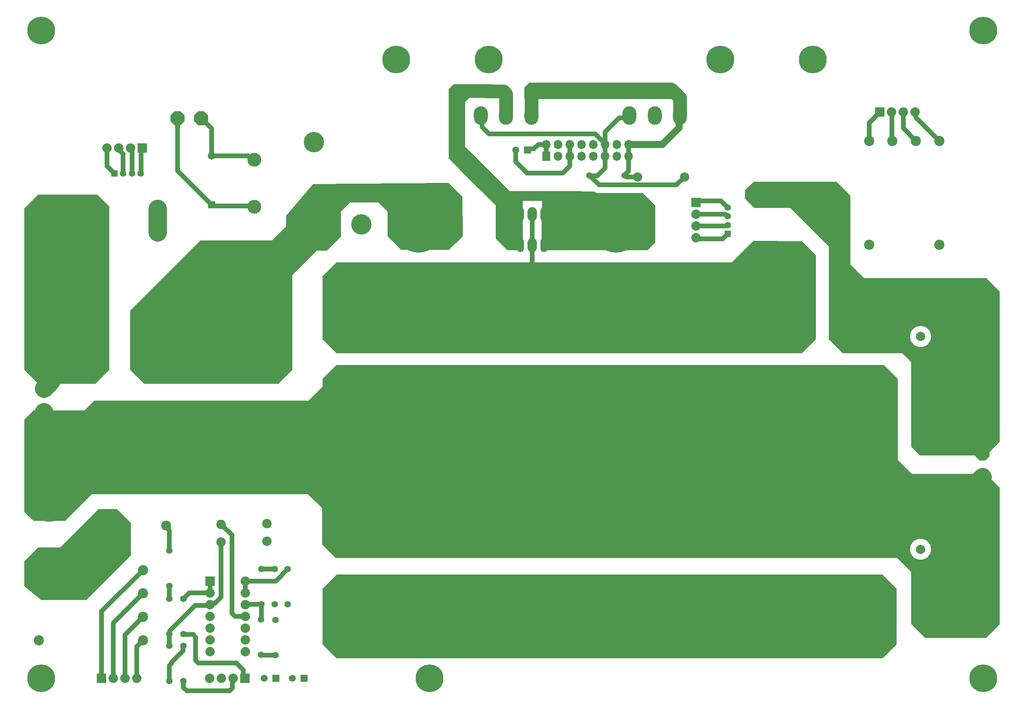
<source format=gtl>
G04*
G04 #@! TF.GenerationSoftware,Altium Limited,Altium Designer,22.5.1 (42)*
G04*
G04 Layer_Physical_Order=1*
G04 Layer_Color=255*
%FSLAX44Y44*%
%MOMM*%
G71*
G04*
G04 #@! TF.SameCoordinates,C796FD1A-AD25-48EF-AA2C-5B7F1B644D0D*
G04*
G04*
G04 #@! TF.FilePolarity,Positive*
G04*
G01*
G75*
%ADD16C,1.5000*%
%ADD47C,3.0000*%
%ADD48C,1.0000*%
%ADD49C,4.0000*%
%ADD50O,3.0000X4.0000*%
%ADD51C,3.0000*%
%ADD52C,4.4000*%
%ADD53C,2.0320*%
%ADD54O,2.0320X3.0480*%
%ADD55O,1.5000X3.0480*%
%ADD56R,2.0320X2.0320*%
%ADD57R,2.0320X2.0320*%
%ADD58C,2.1590*%
%ADD59P,3.2992X8X112.5*%
%ADD60P,3.2992X8X202.5*%
%ADD61C,2.0066*%
%ADD62O,1.8000X2.0000*%
%ADD63R,1.8000X2.0000*%
%ADD64C,6.0000*%
%ADD65C,2.2000*%
%ADD66C,1.4000*%
%ADD67R,1.4000X1.4000*%
%ADD68R,1.4000X1.4000*%
%ADD69C,2.0000*%
%ADD70C,10.0000*%
%ADD71R,1.5000X1.5000*%
%ADD72C,1.5000*%
%ADD73C,4.2000*%
%ADD74R,1.6500X1.6500*%
%ADD75C,1.6500*%
%ADD76C,0.7620*%
G36*
X-460Y-40775D02*
X-996Y-41927D01*
X-11263D01*
X-11274Y-41916D01*
X-350520Y-41916D01*
Y-16113D01*
X-350520Y-16113D01*
X-350520D01*
X-349809Y-15172D01*
X-340520Y-6113D01*
X-29612D01*
X-460Y-40775D01*
D02*
G37*
G36*
X-484541Y-253033D02*
X-483979Y-339029D01*
X-513783Y-368034D01*
X-616399D01*
X-646399Y-338034D01*
Y-285034D01*
X-666399Y-265034D01*
X-726737D01*
X-746737Y-285034D01*
Y-339034D01*
X-776737Y-369034D01*
X-798737D01*
X-851737Y-422034D01*
X-851737Y-627034D01*
X-881737Y-657034D01*
X-1172737D01*
X-1202737Y-627034D01*
Y-499034D01*
X-1050737Y-347034D01*
X-895737D01*
X-865737Y-317034D01*
Y-294216D01*
X-807519Y-225413D01*
X-514735Y-223255D01*
X-484541Y-253033D01*
D02*
G37*
G36*
X-421326Y-9602D02*
X-421326Y-39624D01*
X-478282D01*
Y-144665D01*
X-382737Y-240210D01*
Y-241034D01*
X-251780D01*
X-200611Y-241274D01*
X-199245Y-242395D01*
X-196170Y-244039D01*
X-192834Y-245051D01*
X-189364Y-245393D01*
X-94242D01*
X-67737Y-271898D01*
Y-352034D01*
X-84714Y-369011D01*
X-307737D01*
X-307737Y-262034D01*
X-361737D01*
Y-369011D01*
X-386760D01*
X-412737Y-343034D01*
Y-271034D01*
X-513842Y-169929D01*
Y-19601D01*
X-503842Y-9601D01*
X-421326Y-9602D01*
D02*
G37*
G36*
X249264Y-348924D02*
X279263Y-379034D01*
Y-561034D01*
X249263Y-591034D01*
X-756737D01*
X-786737Y-561034D01*
Y-424647D01*
X-756624Y-394534D01*
X97263D01*
X143263Y-348534D01*
X249264Y-348924D01*
D02*
G37*
G36*
X-1247737Y-274034D02*
Y-627034D01*
X-1277737Y-657034D01*
X-1400919D01*
X-1430919Y-627034D01*
Y-278034D01*
X-1400919Y-248034D01*
X-1273737D01*
X-1247737Y-274034D01*
D02*
G37*
G36*
X353263Y-250034D02*
Y-399034D01*
X383263Y-429034D01*
X647263D01*
X676445Y-458216D01*
X676445Y-782852D01*
X647263Y-812034D01*
X504263Y-812034D01*
X485263Y-793034D01*
Y-610034D01*
X466263Y-591034D01*
X337263D01*
X307263Y-560895D01*
Y-360034D01*
X224263Y-277034D01*
X146263D01*
X126263Y-257034D01*
Y-238534D01*
X145263Y-220034D01*
X323263D01*
X353263Y-250034D01*
D02*
G37*
G36*
X-1200737Y-958034D02*
Y-1028034D01*
X-1297737Y-1125034D01*
X-1394737D01*
X-1430919Y-1095034D01*
Y-1041034D01*
X-1400919Y-1011034D01*
X-1353737D01*
X-1270737Y-928034D01*
X-1230737D01*
X-1200737Y-958034D01*
D02*
G37*
G36*
X456263Y-647034D02*
Y-822034D01*
X486263Y-852034D01*
X646263D01*
X676263Y-882034D01*
Y-1177034D01*
X646263Y-1207034D01*
X515263D01*
X485263Y-1177034D01*
Y-1064034D01*
X455263Y-1034034D01*
X-757737D01*
X-787666Y-1004032D01*
X-787481Y-926032D01*
X-818737Y-896034D01*
X-1284737Y-896034D01*
X-1342737Y-954034D01*
X-1410919D01*
X-1430919Y-934820D01*
Y-734248D01*
X-1410919Y-715034D01*
X-1301737D01*
X-1280737Y-694034D01*
X-816931D01*
X-786860Y-664034D01*
X-786820Y-647034D01*
X-756749Y-617034D01*
X426263D01*
X456263Y-647034D01*
D02*
G37*
G36*
X453263Y-1100034D02*
Y-1221034D01*
X423263Y-1251034D01*
X-756737D01*
X-786737Y-1221034D01*
Y-1100034D01*
X-756737Y-1070034D01*
X423263D01*
X453263Y-1100034D01*
D02*
G37*
%LPC*%
G36*
X505263Y-532224D02*
X500813Y-532663D01*
X496534Y-533961D01*
X492591Y-536068D01*
X489134Y-538905D01*
X486298Y-542362D01*
X484190Y-546305D01*
X482892Y-550584D01*
X482453Y-555034D01*
X482892Y-559484D01*
X484190Y-563763D01*
X486298Y-567707D01*
X489134Y-571163D01*
X492591Y-574000D01*
X496534Y-576108D01*
X500813Y-577406D01*
X505263Y-577844D01*
X509713Y-577406D01*
X513992Y-576108D01*
X517936Y-574000D01*
X521392Y-571163D01*
X524229Y-567707D01*
X526337Y-563763D01*
X527635Y-559484D01*
X528073Y-555034D01*
X527635Y-550584D01*
X526337Y-546305D01*
X524229Y-542362D01*
X521392Y-538905D01*
X517936Y-536068D01*
X513992Y-533961D01*
X509713Y-532663D01*
X505263Y-532224D01*
D02*
G37*
G36*
Y-992224D02*
X500813Y-992663D01*
X496534Y-993961D01*
X492591Y-996068D01*
X489134Y-998905D01*
X486298Y-1002362D01*
X484190Y-1006305D01*
X482892Y-1010584D01*
X482453Y-1015034D01*
X482892Y-1019484D01*
X484190Y-1023763D01*
X486298Y-1027707D01*
X489134Y-1031163D01*
X492591Y-1034000D01*
X496534Y-1036108D01*
X500813Y-1037406D01*
X505263Y-1037844D01*
X509713Y-1037406D01*
X513992Y-1036108D01*
X517936Y-1034000D01*
X521392Y-1031163D01*
X524229Y-1027707D01*
X526337Y-1023763D01*
X527635Y-1019484D01*
X528073Y-1015034D01*
X527635Y-1010584D01*
X526337Y-1006305D01*
X524229Y-1002362D01*
X521392Y-998905D01*
X517936Y-996068D01*
X513992Y-993961D01*
X509713Y-992663D01*
X505263Y-992224D01*
D02*
G37*
%LPD*%
D16*
X-16176Y-103314D02*
Y-78676D01*
X-52495Y-139634D02*
X-16176Y-103314D01*
X-125537Y-139634D02*
X-52495D01*
X-16176Y-78676D02*
X-14478Y-76979D01*
D47*
X-335534D02*
Y-22352D01*
X-335280Y-22098D01*
X-70104Y-21353D02*
X-32052D01*
X-14478Y-76979D02*
Y-38926D01*
X-32052Y-21353D02*
X-14478Y-38926D01*
X-433832Y-24655D02*
X-396002D01*
X-390144Y-76979D02*
Y-30513D01*
X-396002Y-24655D02*
X-390144Y-30513D01*
D48*
X-444754Y-81979D02*
X-442357Y-84375D01*
Y-102008D02*
X-427332Y-117034D01*
X-442357Y-102008D02*
Y-84375D01*
X-427332Y-117034D02*
X-197937D01*
X-176337Y-138634D01*
X-444754Y-81979D02*
Y-76979D01*
X-451966Y-89535D02*
Y-85455D01*
X-145793Y-82310D02*
X-129029D01*
X-176337Y-139634D02*
Y-112854D01*
X-129029Y-82310D02*
X-123698Y-76979D01*
X-176337Y-112854D02*
X-145793Y-82310D01*
X-485902Y-191452D02*
X-404437Y-272917D01*
X-485902Y-48645D02*
X-464207Y-26949D01*
X-485902Y-191452D02*
Y-48645D01*
X-176337Y-139634D02*
Y-138634D01*
X-1060737Y-1255176D02*
Y-1204757D01*
X-1066595Y-1198900D02*
X-1060737Y-1204757D01*
Y-1255176D02*
X-1054879Y-1261034D01*
X-972737D01*
X-1086971Y-1198900D02*
X-1066595D01*
X-972737Y-1261034D02*
X-957803Y-1275968D01*
X-132654Y-207034D02*
X-129654Y-210034D01*
X-105737D01*
X-307480Y-289737D02*
Y-254892D01*
X-359237Y-290694D02*
Y-254892D01*
X-313338Y-249034D02*
X-307480Y-254892D01*
X-359237Y-358004D02*
Y-290694D01*
X-353379Y-249034D02*
X-313338D01*
X-359237Y-254892D02*
X-353379Y-249034D01*
X-308437Y-290694D02*
X-307480Y-289737D01*
X-308437Y-323804D02*
Y-290694D01*
X-209171Y-207800D02*
X-189364Y-227607D01*
X-209937Y-207034D02*
X-209171Y-207800D01*
X-21966Y-227607D02*
X-4393Y-210034D01*
X-189364Y-227607D02*
X-21966D01*
X-4393Y-210034D02*
X-4137D01*
X-333837Y-441934D02*
Y-358004D01*
Y-441934D02*
X-283729Y-492042D01*
X-333837Y-358004D02*
Y-290694D01*
X-209937Y-208117D02*
Y-207034D01*
X-341237Y-149534D02*
X-330069D01*
X-343737Y-152034D02*
X-341237Y-149534D01*
X-320169Y-139634D02*
X-303337D01*
X-330069Y-149534D02*
X-320169Y-139634D01*
X-303337Y-165034D02*
Y-139634D01*
X-125537Y-165034D02*
Y-139634D01*
X-133737Y-207034D02*
X-132654D01*
X-252537Y-165034D02*
Y-139634D01*
X-369137Y-177634D02*
X-344737Y-202034D01*
X-267737D01*
X-369137Y-177634D02*
Y-152034D01*
X-267737Y-202034D02*
X-252537Y-186834D01*
Y-165034D01*
X-5652Y-211550D02*
X-4137Y-210034D01*
X-176337Y-190707D02*
Y-165034D01*
X-193429Y-207800D02*
X-176337Y-190707D01*
X-209171Y-207800D02*
X-193429D01*
X-176337Y-165034D02*
Y-139634D01*
X-133737Y-205952D02*
X-125537Y-197752D01*
Y-165034D01*
X-133737Y-207034D02*
Y-205952D01*
X495438Y-81209D02*
Y-72009D01*
Y-81209D02*
X546263Y-132034D01*
X493463Y-70034D02*
X495438Y-72009D01*
X468063Y-104634D02*
Y-70034D01*
Y-104634D02*
X495463Y-132034D01*
X443663Y-131034D02*
Y-71034D01*
Y-131034D02*
X444663Y-132034D01*
X442663Y-70034D02*
X443663Y-71034D01*
X394263Y-93034D02*
X417263Y-70034D01*
X394263Y-132034D02*
Y-93034D01*
X-308437Y-358004D02*
Y-323804D01*
X-152227D01*
X-957803Y-1290568D02*
X-954337Y-1294034D01*
X-957803Y-1290568D02*
Y-1275968D01*
X-1080114Y-1321034D02*
X-987737D01*
X-981711Y-1296009D02*
X-979737Y-1294034D01*
X-981711Y-1315009D02*
Y-1296009D01*
X-987737Y-1321034D02*
X-981711Y-1315009D01*
X-1264137Y-1293996D02*
Y-1149434D01*
X-1238737Y-1293996D02*
Y-1174434D01*
X-1213337Y-1293996D02*
Y-1199834D01*
X-1174737Y-1161234D01*
X-1187937Y-1225234D02*
X-1174737Y-1212034D01*
X-1187937Y-1295034D02*
Y-1225234D01*
X-1087737Y-1300134D02*
X-1086971Y-1300900D01*
Y-1314176D02*
X-1080114Y-1321034D01*
X-1086971Y-1314176D02*
Y-1300900D01*
X-982737Y-1153176D02*
X-975879Y-1160034D01*
X-982737Y-1153176D02*
Y-984216D01*
X-1005737Y-961216D02*
X-982737Y-984216D01*
X-975879Y-1160034D02*
X-953537D01*
X-1005737Y-961216D02*
Y-961034D01*
X-953537Y-1083834D02*
X-887637D01*
X-861737Y-1057934D01*
X-918737D02*
X-890237D01*
X-953537Y-1109234D02*
Y-1083834D01*
X-919237Y-1134634D02*
X-918987Y-1134384D01*
X-953287D02*
X-918987D01*
X-918737Y-1134134D01*
X-953537Y-1134634D02*
X-953287Y-1134384D01*
X-919237Y-1243634D02*
X-889237D01*
X-919737Y-1243134D02*
X-919237Y-1243634D01*
X-889237D02*
X-888737Y-1244134D01*
X-919737Y-1166934D02*
X-919237Y-1166434D01*
Y-1134634D01*
X-1087737Y-1198134D02*
X-1086971Y-1198900D01*
X-1029737Y-1109234D02*
Y-1083834D01*
X-1005737Y-1119034D02*
Y-999134D01*
X-1031577Y-1136474D02*
X-1027762Y-1132660D01*
X-1019362D01*
X-1005737Y-1119034D01*
X-1075037Y-1109234D02*
X-1029737D01*
X-1087737Y-1121934D02*
X-1075037Y-1109234D01*
X-1116971Y-1197369D02*
Y-1191269D01*
X-1062177Y-1136474D02*
X-1031577D01*
X-1117737Y-1198134D02*
X-1116971Y-1197369D01*
Y-1191269D02*
X-1062177Y-1136474D01*
X-1117737Y-1223934D02*
Y-1198134D01*
X-1088243Y-1224441D02*
X-1087737Y-1223934D01*
X-1113744Y-1263042D02*
Y-1260042D01*
X-1088243Y-1234540D02*
Y-1224441D01*
X-1113744Y-1260042D02*
X-1088243Y-1234540D01*
X-1117737Y-1267034D02*
X-1113744Y-1263042D01*
X-1117737Y-1300134D02*
Y-1267034D01*
Y-1121934D02*
Y-1094134D01*
X-1124337Y-967170D02*
X-1117737Y-973770D01*
X-1124337Y-967170D02*
Y-964034D01*
X-1117737Y-1017934D02*
Y-973770D01*
X-1238737Y-1174434D02*
X-1174737Y-1110434D01*
X-1264137Y-1149434D02*
X-1174737Y-1060034D01*
X74263Y-262034D02*
X88263Y-276034D01*
X23863Y-262034D02*
X74263D01*
X20263Y-265634D02*
X23863Y-262034D01*
X20263Y-341834D02*
X22238Y-343809D01*
X29535D02*
X29761Y-344034D01*
X77263D02*
X88263Y-333034D01*
X22238Y-343809D02*
X29535D01*
X29761Y-344034D02*
X77263D01*
X20263Y-316434D02*
X84781D01*
X87181Y-314034D01*
X88263D01*
X83181Y-291034D02*
X87181Y-295034D01*
X88263D01*
X20263Y-291034D02*
X83181D01*
X-1026467Y-270414D02*
X-1024192Y-272689D01*
X-936032D01*
X-933757Y-274964D01*
X-939169Y-172964D02*
X-933757D01*
X-1026467Y-164414D02*
X-947719D01*
X-939169Y-172964D01*
X-1048937Y-83034D02*
X-1026467Y-105504D01*
Y-164414D02*
Y-105504D01*
X-1099737Y-197144D02*
X-1026467Y-270414D01*
X-1099737Y-197144D02*
Y-83034D01*
X-1178791Y-201799D02*
Y-150169D01*
X-1179557Y-202564D02*
X-1178791Y-201799D01*
Y-150169D02*
X-1176577Y-147954D01*
X-1201977Y-150747D02*
Y-147954D01*
X-1198557Y-202564D02*
Y-154167D01*
X-1201977Y-150747D02*
X-1198557Y-154167D01*
X-1227377Y-150747D02*
X-1217557Y-160567D01*
X-1227377Y-150747D02*
Y-147954D01*
X-1217557Y-202564D02*
Y-160567D01*
X-1252777Y-186344D02*
X-1236557Y-202564D01*
X-1252777Y-186344D02*
Y-147954D01*
D49*
X244991Y-929014D02*
X569083D01*
X639263Y-858834D01*
X-283729Y-492042D02*
X-198493D01*
X-637659D02*
X-283729D01*
X-1040492Y-573701D02*
X-779754Y-312964D01*
X-1372737Y-1060034D02*
X-1276737Y-964034D01*
X-1399737Y-1060034D02*
X-1372737D01*
X608643Y-513554D02*
X620123Y-525034D01*
X596692Y-468034D02*
X608643Y-479985D01*
X350695Y-468034D02*
X596692D01*
X608643Y-513554D02*
Y-479985D01*
X327263Y-444603D02*
X350695Y-468034D01*
X327263Y-444603D02*
Y-352034D01*
X215263Y-240034D02*
X327263Y-352034D01*
X215263Y-369034D02*
X244991Y-398762D01*
Y-492042D02*
Y-398762D01*
X189263Y-369034D02*
X215263D01*
X164263D02*
X189263D01*
Y-240034D02*
X215263D01*
X164263D02*
X189263D01*
X-198493Y-492042D02*
X244991D01*
X-198493Y-716832D02*
X244991D01*
X-637659D02*
X-198493D01*
X-198493Y-929014D02*
X244991D01*
X-637659D02*
X-198493D01*
Y-1153804D02*
X244991D01*
X-637659D02*
X-198493D01*
X-1071357Y-798874D02*
X-719701D01*
X-637659Y-716832D01*
X-198493Y-929014D02*
Y-716832D01*
X-198493Y-716832D01*
X-1275577Y-798874D02*
X-1071357D01*
X-1377737Y-901034D02*
X-1275577Y-798874D01*
X-1388857Y-893914D02*
Y-717924D01*
Y-893914D02*
X-1377737Y-905034D01*
X-1365766Y-383864D02*
X-1326856D01*
X-1374937Y-393034D02*
X-1365766Y-383864D01*
X-1326856D02*
X-1272557Y-329564D01*
Y-303564D01*
Y-278564D01*
X244991Y-716832D02*
Y-644442D01*
Y-544442D02*
Y-492042D01*
X-198493Y-544442D02*
Y-492042D01*
Y-716832D02*
Y-644442D01*
X244991Y-1001404D02*
Y-929014D01*
Y-1153804D02*
Y-1101404D01*
X-198493Y-1001404D02*
Y-929014D01*
Y-1153804D02*
Y-1101404D01*
X-637659Y-1153804D02*
Y-1101404D01*
Y-1001404D02*
Y-929014D01*
X-637659Y-716832D02*
Y-644442D01*
Y-544442D02*
Y-492042D01*
X-1071357Y-798874D02*
Y-726484D01*
Y-626484D02*
Y-574084D01*
X-1070974Y-573701D02*
X-1040492D01*
X-1071357Y-574084D02*
X-1070974Y-573701D01*
X-1143557Y-303564D02*
Y-278564D01*
Y-329564D02*
Y-303564D01*
X-1388857Y-667124D02*
X-1373737Y-652004D01*
Y-398854D01*
X-1377247Y-395344D02*
X-1373737Y-398854D01*
D50*
X-14478Y-76979D02*
D03*
X-123698D02*
D03*
X-69088D02*
D03*
X-390144D02*
D03*
X-444754D02*
D03*
X-335534D02*
D03*
D51*
X-933757Y-274964D02*
D03*
Y-172964D02*
D03*
D52*
X-779754Y-312964D02*
D03*
X-702759D02*
D03*
X-805157Y-134961D02*
D03*
D53*
X-1005737Y-961034D02*
D03*
Y-999134D02*
D03*
X-906737Y-959934D02*
D03*
Y-998034D02*
D03*
X-1029737Y-1109234D02*
D03*
Y-1134634D02*
D03*
Y-1160034D02*
D03*
Y-1185434D02*
D03*
Y-1210834D02*
D03*
Y-1236234D02*
D03*
X-953537D02*
D03*
Y-1210834D02*
D03*
Y-1185434D02*
D03*
Y-1160034D02*
D03*
Y-1134634D02*
D03*
Y-1109234D02*
D03*
Y-1083834D02*
D03*
X-1187937Y-1293996D02*
D03*
X-1213337D02*
D03*
X-1238737D02*
D03*
X493463Y-70034D02*
D03*
X468063D02*
D03*
X442663D02*
D03*
X-1252777Y-147954D02*
D03*
X-1227377D02*
D03*
X-1201977D02*
D03*
X20263Y-341834D02*
D03*
Y-316434D02*
D03*
Y-291034D02*
D03*
X-1030537Y-1294034D02*
D03*
X-1005137D02*
D03*
X-979737D02*
D03*
D54*
X-333837Y-358004D02*
D03*
Y-290694D02*
D03*
D55*
X-308437Y-358004D02*
D03*
X-359237D02*
D03*
X-308437Y-290694D02*
D03*
X-359237D02*
D03*
D56*
X-1029737Y-1083834D02*
D03*
X-1264137Y-1293996D02*
D03*
X417263Y-70034D02*
D03*
X-1176577Y-147954D02*
D03*
X-954337Y-1294034D02*
D03*
D57*
X20263Y-265634D02*
D03*
D58*
X563263Y-764634D02*
D03*
Y-917034D02*
D03*
X-1124337Y-964034D02*
D03*
X-1276737D02*
D03*
D59*
X-1388857Y-667124D02*
D03*
Y-717924D02*
D03*
X639263Y-858834D02*
D03*
Y-808034D02*
D03*
D60*
X-1099737Y-83034D02*
D03*
X-1048937D02*
D03*
D61*
X-4137Y-210034D02*
D03*
X-105737D02*
D03*
D62*
X-150937Y-165034D02*
D03*
X-176337D02*
D03*
X-150937Y-139634D02*
D03*
X-176337D02*
D03*
X-252537Y-165034D02*
D03*
X-227137D02*
D03*
Y-139634D02*
D03*
X-252537D02*
D03*
X-125537D02*
D03*
Y-165034D02*
D03*
X-201737D02*
D03*
Y-139634D02*
D03*
X-277937D02*
D03*
Y-165034D02*
D03*
X-303337Y-139634D02*
D03*
D63*
Y-165034D02*
D03*
D64*
X272288Y43925D02*
D03*
X-627737D02*
D03*
X72288D02*
D03*
X-427737Y43966D02*
D03*
X640263Y105966D02*
D03*
X-1394737D02*
D03*
X-555737Y-1293996D02*
D03*
X640263D02*
D03*
X-1394737D02*
D03*
D65*
X-1143557Y-329564D02*
D03*
Y-303564D02*
D03*
X-1272557Y-329564D02*
D03*
Y-303564D02*
D03*
Y-278564D02*
D03*
X-1143557D02*
D03*
X215263Y-240034D02*
D03*
X189263D02*
D03*
X215263Y-369034D02*
D03*
X189263D02*
D03*
X164263D02*
D03*
Y-240034D02*
D03*
X-1174737Y-1212034D02*
D03*
Y-1161234D02*
D03*
Y-1110434D02*
D03*
X-1399737Y-1212034D02*
D03*
Y-1060034D02*
D03*
X-1174737D02*
D03*
X394263Y-132034D02*
D03*
Y-357034D02*
D03*
X546263D02*
D03*
X444663Y-132034D02*
D03*
X495463D02*
D03*
X546263D02*
D03*
D66*
X-1179557Y-202564D02*
D03*
X-1217557D02*
D03*
X-1198557D02*
D03*
X88263Y-276034D02*
D03*
Y-314034D02*
D03*
Y-295034D02*
D03*
X-1087737Y-1198134D02*
D03*
Y-1121934D02*
D03*
X-133737Y-207034D02*
D03*
X-209937D02*
D03*
X-1117737Y-1121934D02*
D03*
Y-1198134D02*
D03*
Y-1017934D02*
D03*
Y-1094134D02*
D03*
Y-1223934D02*
D03*
Y-1300134D02*
D03*
X-1087737Y-1223934D02*
D03*
Y-1300134D02*
D03*
X-861737Y-1057934D02*
D03*
Y-1134134D02*
D03*
X-918737Y-1057934D02*
D03*
Y-1134134D02*
D03*
X-890237D02*
D03*
Y-1057934D02*
D03*
X-919737Y-1166934D02*
D03*
Y-1243134D02*
D03*
X-888737Y-1244134D02*
D03*
Y-1167934D02*
D03*
D67*
X-1236557Y-202564D02*
D03*
D68*
X88263Y-333034D02*
D03*
D69*
X505263Y-555034D02*
D03*
Y-1015034D02*
D03*
X505263Y-798034D02*
D03*
D70*
X620123Y-525034D02*
D03*
X-1377247Y-395344D02*
D03*
X618853Y-1125784D02*
D03*
X-1377737Y-905034D02*
D03*
X-578947Y-323804D02*
D03*
X-152227D02*
D03*
D71*
X-887337Y-1294034D02*
D03*
X-826337Y-1293996D02*
D03*
X-343737Y-152034D02*
D03*
D72*
X-912737Y-1294034D02*
D03*
X-851737Y-1293996D02*
D03*
X-369137Y-152034D02*
D03*
D73*
X-1071357Y-626484D02*
D03*
Y-726484D02*
D03*
Y-574084D02*
D03*
Y-798874D02*
D03*
X244991Y-1101404D02*
D03*
Y-1001404D02*
D03*
Y-1153804D02*
D03*
Y-929014D02*
D03*
X-198493D02*
D03*
Y-1153804D02*
D03*
Y-1001404D02*
D03*
Y-1101404D02*
D03*
X-637659D02*
D03*
Y-1001404D02*
D03*
Y-1153804D02*
D03*
Y-929014D02*
D03*
X244991Y-716832D02*
D03*
Y-492042D02*
D03*
Y-644442D02*
D03*
Y-544442D02*
D03*
X-198493D02*
D03*
Y-644442D02*
D03*
Y-492042D02*
D03*
Y-716832D02*
D03*
X-637659D02*
D03*
Y-492042D02*
D03*
Y-644442D02*
D03*
Y-544442D02*
D03*
D74*
X-1026467Y-270414D02*
D03*
D75*
Y-164414D02*
D03*
D76*
X666222Y-461035D02*
D03*
Y-491355D02*
D03*
Y-582315D02*
D03*
Y-612635D02*
D03*
Y-642955D02*
D03*
Y-673275D02*
D03*
Y-703595D02*
D03*
Y-733915D02*
D03*
Y-764235D02*
D03*
X651062Y-461035D02*
D03*
X658642Y-476195D02*
D03*
Y-567155D02*
D03*
X651062Y-582315D02*
D03*
X658642Y-597475D02*
D03*
X651062Y-612635D02*
D03*
X658642Y-627795D02*
D03*
X651062Y-642955D02*
D03*
X658642Y-658115D02*
D03*
X651062Y-673275D02*
D03*
X658642Y-688435D02*
D03*
X651062Y-703595D02*
D03*
X658642Y-718755D02*
D03*
X651062Y-733915D02*
D03*
X658642Y-749075D02*
D03*
X651062Y-764235D02*
D03*
X658642Y-779395D02*
D03*
X643482Y-445875D02*
D03*
X635902Y-461035D02*
D03*
Y-582315D02*
D03*
X643482Y-597475D02*
D03*
X635902Y-612635D02*
D03*
X643482Y-627795D02*
D03*
X635902Y-642955D02*
D03*
X643482Y-658115D02*
D03*
X635902Y-673275D02*
D03*
X643482Y-688435D02*
D03*
X635902Y-703595D02*
D03*
X643482Y-718755D02*
D03*
X635902Y-733915D02*
D03*
X643482Y-749075D02*
D03*
X635902Y-764235D02*
D03*
X643482Y-779395D02*
D03*
X628322Y-445875D02*
D03*
X620742Y-461035D02*
D03*
Y-582315D02*
D03*
X628322Y-597475D02*
D03*
X620742Y-612635D02*
D03*
X628322Y-627795D02*
D03*
X620742Y-642955D02*
D03*
X628322Y-658115D02*
D03*
X620742Y-673275D02*
D03*
X628322Y-688435D02*
D03*
X620742Y-703595D02*
D03*
X628322Y-718755D02*
D03*
X620742Y-733915D02*
D03*
X628322Y-749075D02*
D03*
X620742Y-764235D02*
D03*
X628322Y-779395D02*
D03*
X620742Y-794555D02*
D03*
X613162Y-445875D02*
D03*
X605582Y-461035D02*
D03*
Y-582315D02*
D03*
X613162Y-597475D02*
D03*
X605582Y-612635D02*
D03*
X613162Y-627795D02*
D03*
X605582Y-642955D02*
D03*
X613162Y-658115D02*
D03*
X605582Y-673275D02*
D03*
X613162Y-688435D02*
D03*
X605582Y-703595D02*
D03*
X613162Y-718755D02*
D03*
X605582Y-733915D02*
D03*
X613162Y-749075D02*
D03*
X605582Y-764235D02*
D03*
X613162Y-779395D02*
D03*
X605582Y-794555D02*
D03*
X598002Y-445875D02*
D03*
X590422Y-461035D02*
D03*
Y-582315D02*
D03*
X598002Y-597475D02*
D03*
X590422Y-612635D02*
D03*
X598002Y-627795D02*
D03*
X590422Y-642955D02*
D03*
X598002Y-658115D02*
D03*
X590422Y-673275D02*
D03*
X598002Y-688435D02*
D03*
X590422Y-703595D02*
D03*
X598002Y-718755D02*
D03*
X590422Y-733915D02*
D03*
X598002Y-749075D02*
D03*
X590422Y-764235D02*
D03*
X598002Y-779395D02*
D03*
X590422Y-794555D02*
D03*
X575262Y-461035D02*
D03*
X582842Y-476195D02*
D03*
X575262Y-491355D02*
D03*
X582842Y-567155D02*
D03*
X575262Y-582315D02*
D03*
X582842Y-597475D02*
D03*
X575262Y-612635D02*
D03*
X582842Y-627795D02*
D03*
X575262Y-642955D02*
D03*
X582842Y-658115D02*
D03*
X575262Y-673275D02*
D03*
X582842Y-688435D02*
D03*
X575262Y-703595D02*
D03*
X582842Y-718755D02*
D03*
X575262Y-733915D02*
D03*
X582842Y-749075D02*
D03*
Y-779395D02*
D03*
X575262Y-794555D02*
D03*
X567682Y-597475D02*
D03*
X560102Y-612635D02*
D03*
X567682Y-627795D02*
D03*
X560102Y-642955D02*
D03*
X567682Y-658115D02*
D03*
X560102Y-673275D02*
D03*
X567682Y-688435D02*
D03*
X560102Y-703595D02*
D03*
X567682Y-718755D02*
D03*
X560102Y-733915D02*
D03*
X567682Y-749075D02*
D03*
Y-779395D02*
D03*
X560102Y-794555D02*
D03*
X552522Y-627795D02*
D03*
X544942Y-642955D02*
D03*
X552522Y-658115D02*
D03*
X544942Y-673275D02*
D03*
X552522Y-688435D02*
D03*
X544942Y-703595D02*
D03*
X552522Y-718755D02*
D03*
X544942Y-733915D02*
D03*
X552522Y-749075D02*
D03*
X544942Y-764235D02*
D03*
X552522Y-779395D02*
D03*
X544942Y-794555D02*
D03*
X537362Y-627795D02*
D03*
X529782Y-642955D02*
D03*
X537362Y-658115D02*
D03*
X529782Y-673275D02*
D03*
X537362Y-688435D02*
D03*
X529782Y-703595D02*
D03*
X537362Y-718755D02*
D03*
X529782Y-733915D02*
D03*
X537362Y-749075D02*
D03*
X529782Y-764235D02*
D03*
X537362Y-779395D02*
D03*
X529782Y-794555D02*
D03*
X522202Y-627795D02*
D03*
X514622Y-642955D02*
D03*
X522202Y-658115D02*
D03*
X514622Y-673275D02*
D03*
X522202Y-688435D02*
D03*
X514622Y-703595D02*
D03*
X522202Y-718755D02*
D03*
X514622Y-733915D02*
D03*
X522202Y-749075D02*
D03*
X514622Y-764235D02*
D03*
X522202Y-779395D02*
D03*
X507042Y-627795D02*
D03*
X499462Y-642955D02*
D03*
X507042Y-658115D02*
D03*
X499462Y-673275D02*
D03*
X507042Y-688435D02*
D03*
X499462Y-703595D02*
D03*
X507042Y-718755D02*
D03*
X499462Y-733915D02*
D03*
X507042Y-749075D02*
D03*
X499462Y-764235D02*
D03*
X507042Y-779395D02*
D03*
X666222Y-885515D02*
D03*
Y-915835D02*
D03*
Y-946155D02*
D03*
Y-976475D02*
D03*
Y-1006795D02*
D03*
Y-1037115D02*
D03*
Y-1067434D02*
D03*
Y-1097755D02*
D03*
Y-1158394D02*
D03*
X651062Y-885515D02*
D03*
X658642Y-900675D02*
D03*
X651062Y-915835D02*
D03*
X658642Y-930995D02*
D03*
X651062Y-946155D02*
D03*
X658642Y-961315D02*
D03*
X651062Y-976475D02*
D03*
X658642Y-991635D02*
D03*
X651062Y-1006795D02*
D03*
X658642Y-1021955D02*
D03*
X651062Y-1037115D02*
D03*
X658642Y-1052275D02*
D03*
X651062Y-1067434D02*
D03*
X658642Y-1082595D02*
D03*
Y-1173555D02*
D03*
X651062Y-1188715D02*
D03*
X635902Y-885515D02*
D03*
X643482Y-900675D02*
D03*
X635902Y-915835D02*
D03*
X643482Y-930995D02*
D03*
X635902Y-946155D02*
D03*
X643482Y-961315D02*
D03*
X635902Y-976475D02*
D03*
X643482Y-991635D02*
D03*
X635902Y-1006795D02*
D03*
X643482Y-1021955D02*
D03*
X635902Y-1037115D02*
D03*
X643482Y-1052275D02*
D03*
X635902Y-1067434D02*
D03*
Y-1188715D02*
D03*
X620742Y-885515D02*
D03*
X628322Y-900675D02*
D03*
X620742Y-915835D02*
D03*
X628322Y-930995D02*
D03*
X620742Y-946155D02*
D03*
X628322Y-961315D02*
D03*
X620742Y-976475D02*
D03*
X628322Y-991635D02*
D03*
X620742Y-1006795D02*
D03*
X628322Y-1021955D02*
D03*
X620742Y-1037115D02*
D03*
X628322Y-1052275D02*
D03*
X620742Y-1067434D02*
D03*
Y-1188715D02*
D03*
X613162Y-870355D02*
D03*
X605582Y-885515D02*
D03*
X613162Y-900675D02*
D03*
X605582Y-915835D02*
D03*
X613162Y-930995D02*
D03*
X605582Y-946155D02*
D03*
X613162Y-961315D02*
D03*
X605582Y-976475D02*
D03*
X613162Y-991635D02*
D03*
X605582Y-1006795D02*
D03*
X613162Y-1021955D02*
D03*
X605582Y-1037115D02*
D03*
X613162Y-1052275D02*
D03*
X605582Y-1067434D02*
D03*
Y-1188715D02*
D03*
X598002Y-870355D02*
D03*
X590422Y-885515D02*
D03*
X598002Y-900675D02*
D03*
X590422Y-915835D02*
D03*
X598002Y-930995D02*
D03*
X590422Y-946155D02*
D03*
X598002Y-961315D02*
D03*
X590422Y-976475D02*
D03*
X598002Y-991635D02*
D03*
X590422Y-1006795D02*
D03*
X598002Y-1021955D02*
D03*
X590422Y-1037115D02*
D03*
X598002Y-1052275D02*
D03*
X590422Y-1067434D02*
D03*
Y-1188715D02*
D03*
X582842Y-870355D02*
D03*
X575262Y-885515D02*
D03*
X582842Y-900675D02*
D03*
Y-930995D02*
D03*
X575262Y-946155D02*
D03*
X582842Y-961315D02*
D03*
X575262Y-976475D02*
D03*
X582842Y-991635D02*
D03*
X575262Y-1006795D02*
D03*
X582842Y-1021955D02*
D03*
X575262Y-1037115D02*
D03*
X582842Y-1052275D02*
D03*
X575262Y-1067434D02*
D03*
X582842Y-1082595D02*
D03*
Y-1173555D02*
D03*
X575262Y-1188715D02*
D03*
X567682Y-870355D02*
D03*
X560102Y-885515D02*
D03*
X567682Y-900675D02*
D03*
X560102Y-946155D02*
D03*
X567682Y-961315D02*
D03*
X560102Y-976475D02*
D03*
X567682Y-991635D02*
D03*
X560102Y-1006795D02*
D03*
X567682Y-1021955D02*
D03*
X560102Y-1037115D02*
D03*
X567682Y-1052275D02*
D03*
X560102Y-1067434D02*
D03*
X567682Y-1082595D02*
D03*
X560102Y-1097755D02*
D03*
Y-1128074D02*
D03*
Y-1158394D02*
D03*
X567682Y-1173555D02*
D03*
X560102Y-1188715D02*
D03*
X552522Y-900675D02*
D03*
Y-930995D02*
D03*
Y-961315D02*
D03*
Y-991635D02*
D03*
Y-1021955D02*
D03*
Y-1052275D02*
D03*
Y-1082595D02*
D03*
Y-1112915D02*
D03*
Y-1143234D02*
D03*
Y-1173555D02*
D03*
X438822Y-642955D02*
D03*
Y-673275D02*
D03*
Y-703595D02*
D03*
Y-733915D02*
D03*
Y-764235D02*
D03*
Y-794555D02*
D03*
Y-824875D02*
D03*
X446402Y-840035D02*
D03*
X438822Y-855195D02*
D03*
X446402Y-870355D02*
D03*
X438822Y-885515D02*
D03*
X446402Y-900675D02*
D03*
X438822Y-915835D02*
D03*
X446402Y-930995D02*
D03*
X438822Y-946155D02*
D03*
X446402Y-961315D02*
D03*
X438822Y-976475D02*
D03*
X446402Y-991635D02*
D03*
X438822Y-1006795D02*
D03*
X423662Y-642955D02*
D03*
X431242Y-658115D02*
D03*
X423662Y-673275D02*
D03*
X431242Y-688435D02*
D03*
X423662Y-703595D02*
D03*
X431242Y-718755D02*
D03*
X423662Y-733915D02*
D03*
X431242Y-749075D02*
D03*
X423662Y-764235D02*
D03*
X431242Y-779395D02*
D03*
X423662Y-794555D02*
D03*
X431242Y-809715D02*
D03*
X423662Y-824875D02*
D03*
X431242Y-840035D02*
D03*
X423662Y-855195D02*
D03*
X431242Y-870355D02*
D03*
X423662Y-885515D02*
D03*
X431242Y-900675D02*
D03*
X423662Y-915835D02*
D03*
X431242Y-930995D02*
D03*
X423662Y-946155D02*
D03*
X431242Y-961315D02*
D03*
X423662Y-976475D02*
D03*
X431242Y-991635D02*
D03*
X423662Y-1006795D02*
D03*
X416082Y-627795D02*
D03*
X408502Y-642955D02*
D03*
X416082Y-658115D02*
D03*
X408502Y-673275D02*
D03*
X416082Y-688435D02*
D03*
X408502Y-703595D02*
D03*
X416082Y-718755D02*
D03*
X408502Y-733915D02*
D03*
X416082Y-749075D02*
D03*
X408502Y-764235D02*
D03*
X416082Y-779395D02*
D03*
X408502Y-794555D02*
D03*
X416082Y-809715D02*
D03*
X408502Y-824875D02*
D03*
X416082Y-840035D02*
D03*
X408502Y-855195D02*
D03*
X416082Y-870355D02*
D03*
X408502Y-885515D02*
D03*
X416082Y-900675D02*
D03*
X408502Y-915835D02*
D03*
X416082Y-930995D02*
D03*
X408502Y-946155D02*
D03*
X416082Y-961315D02*
D03*
X408502Y-976475D02*
D03*
X416082Y-991635D02*
D03*
X408502Y-1006795D02*
D03*
X416082Y-1021955D02*
D03*
X400922Y-627795D02*
D03*
X393342Y-642955D02*
D03*
X400922Y-658115D02*
D03*
X393342Y-673275D02*
D03*
X400922Y-688435D02*
D03*
X393342Y-703595D02*
D03*
X400922Y-718755D02*
D03*
X393342Y-733915D02*
D03*
X400922Y-749075D02*
D03*
X393342Y-764235D02*
D03*
X400922Y-779395D02*
D03*
X393342Y-794555D02*
D03*
X400922Y-809715D02*
D03*
X393342Y-824875D02*
D03*
X400922Y-840035D02*
D03*
X393342Y-855195D02*
D03*
X400922Y-870355D02*
D03*
X393342Y-885515D02*
D03*
X400922Y-900675D02*
D03*
X393342Y-915835D02*
D03*
X400922Y-930995D02*
D03*
X393342Y-946155D02*
D03*
X400922Y-961315D02*
D03*
X393342Y-976475D02*
D03*
X400922Y-991635D02*
D03*
X393342Y-1006795D02*
D03*
X400922Y-1021955D02*
D03*
X385762Y-627795D02*
D03*
X378182Y-642955D02*
D03*
X385762Y-658115D02*
D03*
X378182Y-673275D02*
D03*
X385762Y-688435D02*
D03*
X378182Y-703595D02*
D03*
X385762Y-718755D02*
D03*
X378182Y-733915D02*
D03*
X385762Y-749075D02*
D03*
X378182Y-764235D02*
D03*
X385762Y-779395D02*
D03*
X378182Y-794555D02*
D03*
X385762Y-809715D02*
D03*
X378182Y-824875D02*
D03*
X385762Y-840035D02*
D03*
X378182Y-855195D02*
D03*
X385762Y-870355D02*
D03*
X378182Y-885515D02*
D03*
X385762Y-900675D02*
D03*
X378182Y-915835D02*
D03*
X385762Y-930995D02*
D03*
X378182Y-946155D02*
D03*
X385762Y-961315D02*
D03*
X378182Y-976475D02*
D03*
X385762Y-991635D02*
D03*
X378182Y-1006795D02*
D03*
X385762Y-1021955D02*
D03*
X370602Y-627795D02*
D03*
X363022Y-642955D02*
D03*
X370602Y-658115D02*
D03*
X363022Y-673275D02*
D03*
X370602Y-688435D02*
D03*
X363022Y-703595D02*
D03*
X370602Y-718755D02*
D03*
X363022Y-733915D02*
D03*
X370602Y-749075D02*
D03*
X363022Y-764235D02*
D03*
X370602Y-779395D02*
D03*
X363022Y-794555D02*
D03*
X370602Y-809715D02*
D03*
X363022Y-824875D02*
D03*
X370602Y-840035D02*
D03*
X363022Y-855195D02*
D03*
X370602Y-870355D02*
D03*
X363022Y-885515D02*
D03*
X370602Y-900675D02*
D03*
X363022Y-915835D02*
D03*
X370602Y-930995D02*
D03*
X363022Y-946155D02*
D03*
X370602Y-961315D02*
D03*
X363022Y-976475D02*
D03*
X370602Y-991635D02*
D03*
X363022Y-1006795D02*
D03*
X370602Y-1021955D02*
D03*
X355442Y-627795D02*
D03*
X347862Y-642955D02*
D03*
X355442Y-658115D02*
D03*
X347862Y-673275D02*
D03*
X355442Y-688435D02*
D03*
X347862Y-703595D02*
D03*
X355442Y-718755D02*
D03*
X347862Y-733915D02*
D03*
X355442Y-749075D02*
D03*
X347862Y-764235D02*
D03*
X355442Y-779395D02*
D03*
X347862Y-794555D02*
D03*
X355442Y-809715D02*
D03*
X347862Y-824875D02*
D03*
X355442Y-840035D02*
D03*
X347862Y-855195D02*
D03*
X355442Y-870355D02*
D03*
X347862Y-885515D02*
D03*
X355442Y-900675D02*
D03*
X347862Y-915835D02*
D03*
X355442Y-930995D02*
D03*
X347862Y-946155D02*
D03*
X355442Y-961315D02*
D03*
X347862Y-976475D02*
D03*
X355442Y-991635D02*
D03*
X347862Y-1006795D02*
D03*
X355442Y-1021955D02*
D03*
X340282Y-627795D02*
D03*
X332702Y-642955D02*
D03*
X340282Y-658115D02*
D03*
X332702Y-673275D02*
D03*
X340282Y-688435D02*
D03*
X332702Y-703595D02*
D03*
X340282Y-718755D02*
D03*
X332702Y-733915D02*
D03*
X340282Y-749075D02*
D03*
X332702Y-764235D02*
D03*
X340282Y-779395D02*
D03*
X332702Y-794555D02*
D03*
X340282Y-809715D02*
D03*
X332702Y-824875D02*
D03*
X340282Y-840035D02*
D03*
X332702Y-855195D02*
D03*
X340282Y-870355D02*
D03*
X332702Y-885515D02*
D03*
X340282Y-900675D02*
D03*
X332702Y-915835D02*
D03*
X340282Y-930995D02*
D03*
X332702Y-946155D02*
D03*
X340282Y-961315D02*
D03*
X332702Y-976475D02*
D03*
X340282Y-991635D02*
D03*
X332702Y-1006795D02*
D03*
X340282Y-1021955D02*
D03*
X325122Y-627795D02*
D03*
X317542Y-642955D02*
D03*
X325122Y-658115D02*
D03*
X317542Y-673275D02*
D03*
X325122Y-688435D02*
D03*
X317542Y-703595D02*
D03*
X325122Y-718755D02*
D03*
X317542Y-733915D02*
D03*
X325122Y-749075D02*
D03*
X317542Y-764235D02*
D03*
X325122Y-779395D02*
D03*
X317542Y-794555D02*
D03*
X325122Y-809715D02*
D03*
X317542Y-824875D02*
D03*
X325122Y-840035D02*
D03*
X317542Y-855195D02*
D03*
X325122Y-870355D02*
D03*
X317542Y-885515D02*
D03*
X325122Y-900675D02*
D03*
X317542Y-915835D02*
D03*
X325122Y-930995D02*
D03*
X317542Y-946155D02*
D03*
X325122Y-961315D02*
D03*
X317542Y-976475D02*
D03*
X325122Y-991635D02*
D03*
X317542Y-1006795D02*
D03*
X325122Y-1021955D02*
D03*
X309962Y-627795D02*
D03*
X302382Y-642955D02*
D03*
X309962Y-658115D02*
D03*
X302382Y-673275D02*
D03*
X309962Y-688435D02*
D03*
X302382Y-703595D02*
D03*
X309962Y-718755D02*
D03*
X302382Y-733915D02*
D03*
X309962Y-749075D02*
D03*
X302382Y-764235D02*
D03*
X309962Y-779395D02*
D03*
X302382Y-794555D02*
D03*
X309962Y-809715D02*
D03*
X302382Y-824875D02*
D03*
X309962Y-840035D02*
D03*
X302382Y-855195D02*
D03*
X309962Y-870355D02*
D03*
X302382Y-885515D02*
D03*
X309962Y-900675D02*
D03*
X302382Y-915835D02*
D03*
X309962Y-930995D02*
D03*
X302382Y-946155D02*
D03*
X309962Y-961315D02*
D03*
X302382Y-976475D02*
D03*
X309962Y-991635D02*
D03*
X302382Y-1006795D02*
D03*
X309962Y-1021955D02*
D03*
X294802Y-627795D02*
D03*
X287222Y-642955D02*
D03*
X294802Y-658115D02*
D03*
X287222Y-673275D02*
D03*
X294802Y-688435D02*
D03*
X287222Y-703595D02*
D03*
X294802Y-718755D02*
D03*
X287222Y-733915D02*
D03*
X294802Y-749075D02*
D03*
X287222Y-764235D02*
D03*
X294802Y-779395D02*
D03*
X287222Y-794555D02*
D03*
X294802Y-809715D02*
D03*
X287222Y-824875D02*
D03*
X294802Y-840035D02*
D03*
X287222Y-855195D02*
D03*
X294802Y-870355D02*
D03*
X287222Y-885515D02*
D03*
X294802Y-900675D02*
D03*
X287222Y-915835D02*
D03*
X294802Y-930995D02*
D03*
X287222Y-946155D02*
D03*
X294802Y-961315D02*
D03*
X287222Y-976475D02*
D03*
X294802Y-991635D02*
D03*
X287222Y-1006795D02*
D03*
X294802Y-1021955D02*
D03*
X279642Y-627795D02*
D03*
X272062Y-642955D02*
D03*
X279642Y-658115D02*
D03*
X272062Y-673275D02*
D03*
X279642Y-688435D02*
D03*
X272062Y-703595D02*
D03*
X279642Y-718755D02*
D03*
X272062Y-733915D02*
D03*
X279642Y-749075D02*
D03*
X272062Y-764235D02*
D03*
X279642Y-779395D02*
D03*
X272062Y-794555D02*
D03*
X279642Y-809715D02*
D03*
X272062Y-824875D02*
D03*
X279642Y-840035D02*
D03*
X272062Y-855195D02*
D03*
X279642Y-870355D02*
D03*
X272062Y-885515D02*
D03*
X279642Y-900675D02*
D03*
X272062Y-915835D02*
D03*
X279642Y-930995D02*
D03*
X272062Y-946155D02*
D03*
X279642Y-961315D02*
D03*
X272062Y-976475D02*
D03*
X279642Y-991635D02*
D03*
X272062Y-1006795D02*
D03*
X279642Y-1021955D02*
D03*
X264482Y-627795D02*
D03*
X256902Y-673275D02*
D03*
X264482Y-688435D02*
D03*
Y-749075D02*
D03*
X256902Y-764235D02*
D03*
X264482Y-779395D02*
D03*
X256902Y-794555D02*
D03*
X264482Y-809715D02*
D03*
X256902Y-824875D02*
D03*
X264482Y-840035D02*
D03*
X256902Y-855195D02*
D03*
X264482Y-870355D02*
D03*
X256902Y-885515D02*
D03*
X264482Y-900675D02*
D03*
Y-961315D02*
D03*
X256902Y-976475D02*
D03*
X264482Y-1021955D02*
D03*
X241742Y-673275D02*
D03*
X249322Y-688435D02*
D03*
Y-749075D02*
D03*
X241742Y-764235D02*
D03*
X249322Y-779395D02*
D03*
X241742Y-794555D02*
D03*
X249322Y-809715D02*
D03*
X241742Y-824875D02*
D03*
X249322Y-840035D02*
D03*
X241742Y-855195D02*
D03*
X249322Y-870355D02*
D03*
X241742Y-885515D02*
D03*
X249322Y-900675D02*
D03*
Y-961315D02*
D03*
X226582Y-673275D02*
D03*
X234162Y-688435D02*
D03*
Y-749075D02*
D03*
X226582Y-764235D02*
D03*
X234162Y-779395D02*
D03*
X226582Y-794555D02*
D03*
X234162Y-809715D02*
D03*
X226582Y-824875D02*
D03*
X234162Y-840035D02*
D03*
X226582Y-855195D02*
D03*
X234162Y-870355D02*
D03*
X226582Y-885515D02*
D03*
X234162Y-900675D02*
D03*
Y-961315D02*
D03*
X226582Y-976475D02*
D03*
X219002Y-627795D02*
D03*
X211422Y-642955D02*
D03*
X219002Y-658115D02*
D03*
X211422Y-673275D02*
D03*
X219002Y-688435D02*
D03*
X211422Y-703595D02*
D03*
X219002Y-718755D02*
D03*
X211422Y-733915D02*
D03*
X219002Y-749075D02*
D03*
X211422Y-764235D02*
D03*
X219002Y-779395D02*
D03*
X211422Y-794555D02*
D03*
X219002Y-809715D02*
D03*
X211422Y-824875D02*
D03*
X219002Y-840035D02*
D03*
X211422Y-855195D02*
D03*
X219002Y-870355D02*
D03*
X211422Y-885515D02*
D03*
X219002Y-900675D02*
D03*
X211422Y-915835D02*
D03*
X219002Y-930995D02*
D03*
X211422Y-946155D02*
D03*
X219002Y-961315D02*
D03*
X211422Y-976475D02*
D03*
X219002Y-991635D02*
D03*
X211422Y-1006795D02*
D03*
X219002Y-1021955D02*
D03*
X203842Y-627795D02*
D03*
X196262Y-642955D02*
D03*
X203842Y-658115D02*
D03*
X196262Y-673275D02*
D03*
X203842Y-688435D02*
D03*
X196262Y-703595D02*
D03*
X203842Y-718755D02*
D03*
X196262Y-733915D02*
D03*
X203842Y-749075D02*
D03*
X196262Y-764235D02*
D03*
X203842Y-779395D02*
D03*
X196262Y-794555D02*
D03*
X203842Y-809715D02*
D03*
X196262Y-824875D02*
D03*
X203842Y-840035D02*
D03*
X196262Y-855195D02*
D03*
X203842Y-870355D02*
D03*
X196262Y-885515D02*
D03*
X203842Y-900675D02*
D03*
X196262Y-915835D02*
D03*
X203842Y-930995D02*
D03*
X196262Y-946155D02*
D03*
X203842Y-961315D02*
D03*
X196262Y-976475D02*
D03*
X203842Y-991635D02*
D03*
X196262Y-1006795D02*
D03*
X203842Y-1021955D02*
D03*
X188682Y-627795D02*
D03*
X181102Y-642955D02*
D03*
X188682Y-658115D02*
D03*
X181102Y-673275D02*
D03*
X188682Y-688435D02*
D03*
X181102Y-703595D02*
D03*
X188682Y-718755D02*
D03*
X181102Y-733915D02*
D03*
X188682Y-749075D02*
D03*
X181102Y-764235D02*
D03*
X188682Y-779395D02*
D03*
X181102Y-794555D02*
D03*
X188682Y-809715D02*
D03*
X181102Y-824875D02*
D03*
X188682Y-840035D02*
D03*
X181102Y-855195D02*
D03*
X188682Y-870355D02*
D03*
X181102Y-885515D02*
D03*
X188682Y-900675D02*
D03*
X181102Y-915835D02*
D03*
X188682Y-930995D02*
D03*
X181102Y-946155D02*
D03*
X188682Y-961315D02*
D03*
X181102Y-976475D02*
D03*
X188682Y-991635D02*
D03*
X181102Y-1006795D02*
D03*
X188682Y-1021955D02*
D03*
X173522Y-627795D02*
D03*
X165942Y-642955D02*
D03*
X173522Y-658115D02*
D03*
X165942Y-673275D02*
D03*
X173522Y-688435D02*
D03*
X165942Y-703595D02*
D03*
X173522Y-718755D02*
D03*
X165942Y-733915D02*
D03*
X173522Y-749075D02*
D03*
X165942Y-764235D02*
D03*
X173522Y-779395D02*
D03*
X165942Y-794555D02*
D03*
X173522Y-809715D02*
D03*
X165942Y-824875D02*
D03*
X173522Y-840035D02*
D03*
X165942Y-855195D02*
D03*
X173522Y-870355D02*
D03*
X165942Y-885515D02*
D03*
X173522Y-900675D02*
D03*
X165942Y-915835D02*
D03*
X173522Y-930995D02*
D03*
X165942Y-946155D02*
D03*
X173522Y-961315D02*
D03*
X165942Y-976475D02*
D03*
X173522Y-991635D02*
D03*
X165942Y-1006795D02*
D03*
X173522Y-1021955D02*
D03*
X158362Y-627795D02*
D03*
X150782Y-642955D02*
D03*
X158362Y-658115D02*
D03*
X150782Y-673275D02*
D03*
X158362Y-688435D02*
D03*
X150782Y-703595D02*
D03*
X158362Y-718755D02*
D03*
X150782Y-733915D02*
D03*
X158362Y-749075D02*
D03*
X150782Y-764235D02*
D03*
X158362Y-779395D02*
D03*
X150782Y-794555D02*
D03*
X158362Y-809715D02*
D03*
X150782Y-824875D02*
D03*
X158362Y-840035D02*
D03*
X150782Y-855195D02*
D03*
X158362Y-870355D02*
D03*
X150782Y-885515D02*
D03*
X158362Y-900675D02*
D03*
X150782Y-915835D02*
D03*
X158362Y-930995D02*
D03*
X150782Y-946155D02*
D03*
X158362Y-961315D02*
D03*
X150782Y-976475D02*
D03*
X158362Y-991635D02*
D03*
X150782Y-1006795D02*
D03*
X158362Y-1021955D02*
D03*
X143202Y-627795D02*
D03*
X135622Y-642955D02*
D03*
X143202Y-658115D02*
D03*
X135622Y-673275D02*
D03*
X143202Y-688435D02*
D03*
X135622Y-703595D02*
D03*
X143202Y-718755D02*
D03*
X135622Y-733915D02*
D03*
X143202Y-749075D02*
D03*
X135622Y-764235D02*
D03*
X143202Y-779395D02*
D03*
X135622Y-794555D02*
D03*
X143202Y-809715D02*
D03*
X135622Y-824875D02*
D03*
X143202Y-840035D02*
D03*
X135622Y-855195D02*
D03*
X143202Y-870355D02*
D03*
X135622Y-885515D02*
D03*
X143202Y-900675D02*
D03*
X135622Y-915835D02*
D03*
X143202Y-930995D02*
D03*
X135622Y-946155D02*
D03*
X143202Y-961315D02*
D03*
X135622Y-976475D02*
D03*
X143202Y-991635D02*
D03*
X135622Y-1006795D02*
D03*
X143202Y-1021955D02*
D03*
X128042Y-627795D02*
D03*
X120462Y-642955D02*
D03*
X128042Y-658115D02*
D03*
X120462Y-673275D02*
D03*
X128042Y-688435D02*
D03*
X120462Y-703595D02*
D03*
X128042Y-718755D02*
D03*
X120462Y-733915D02*
D03*
X128042Y-749075D02*
D03*
X120462Y-764235D02*
D03*
X128042Y-779395D02*
D03*
X120462Y-794555D02*
D03*
X128042Y-809715D02*
D03*
X120462Y-824875D02*
D03*
X128042Y-840035D02*
D03*
X120462Y-855195D02*
D03*
X128042Y-870355D02*
D03*
X120462Y-885515D02*
D03*
X128042Y-900675D02*
D03*
X120462Y-915835D02*
D03*
X128042Y-930995D02*
D03*
X120462Y-946155D02*
D03*
X128042Y-961315D02*
D03*
X120462Y-976475D02*
D03*
X128042Y-991635D02*
D03*
X120462Y-1006795D02*
D03*
X128042Y-1021955D02*
D03*
X112882Y-627795D02*
D03*
X105302Y-642955D02*
D03*
X112882Y-658115D02*
D03*
X105302Y-673275D02*
D03*
X112882Y-688435D02*
D03*
X105302Y-703595D02*
D03*
X112882Y-718755D02*
D03*
X105302Y-733915D02*
D03*
X112882Y-749075D02*
D03*
X105302Y-764235D02*
D03*
X112882Y-779395D02*
D03*
X105302Y-794555D02*
D03*
X112882Y-809715D02*
D03*
X105302Y-824875D02*
D03*
X112882Y-840035D02*
D03*
X105302Y-855195D02*
D03*
X112882Y-870355D02*
D03*
X105302Y-885515D02*
D03*
X112882Y-900675D02*
D03*
X105302Y-915835D02*
D03*
X112882Y-930995D02*
D03*
X105302Y-946155D02*
D03*
X112882Y-961315D02*
D03*
X105302Y-976475D02*
D03*
X112882Y-991635D02*
D03*
X105302Y-1006795D02*
D03*
X112882Y-1021955D02*
D03*
X97722Y-627795D02*
D03*
X90142Y-642955D02*
D03*
X97722Y-658115D02*
D03*
X90142Y-673275D02*
D03*
X97722Y-688435D02*
D03*
X90142Y-703595D02*
D03*
X97722Y-718755D02*
D03*
X90142Y-733915D02*
D03*
X97722Y-749075D02*
D03*
X90142Y-764235D02*
D03*
X97722Y-779395D02*
D03*
X90142Y-794555D02*
D03*
X97722Y-809715D02*
D03*
X90142Y-824875D02*
D03*
X97722Y-840035D02*
D03*
X90142Y-855195D02*
D03*
X97722Y-870355D02*
D03*
X90142Y-885515D02*
D03*
X97722Y-900675D02*
D03*
X90142Y-915835D02*
D03*
X97722Y-930995D02*
D03*
X90142Y-946155D02*
D03*
X97722Y-961315D02*
D03*
X90142Y-976475D02*
D03*
X97722Y-991635D02*
D03*
X90142Y-1006795D02*
D03*
X97722Y-1021955D02*
D03*
X82562Y-627795D02*
D03*
X74982Y-642955D02*
D03*
X82562Y-658115D02*
D03*
X74982Y-673275D02*
D03*
X82562Y-688435D02*
D03*
X74982Y-703595D02*
D03*
X82562Y-718755D02*
D03*
X74982Y-733915D02*
D03*
X82562Y-749075D02*
D03*
X74982Y-764235D02*
D03*
X82562Y-779395D02*
D03*
X74982Y-794555D02*
D03*
X82562Y-809715D02*
D03*
X74982Y-824875D02*
D03*
X82562Y-840035D02*
D03*
X74982Y-855195D02*
D03*
X82562Y-870355D02*
D03*
X74982Y-885515D02*
D03*
X82562Y-900675D02*
D03*
X74982Y-915835D02*
D03*
X82562Y-930995D02*
D03*
X74982Y-946155D02*
D03*
X82562Y-961315D02*
D03*
X74982Y-976475D02*
D03*
X82562Y-991635D02*
D03*
X74982Y-1006795D02*
D03*
X82562Y-1021955D02*
D03*
X67402Y-627795D02*
D03*
X59822Y-642955D02*
D03*
X67402Y-658115D02*
D03*
X59822Y-673275D02*
D03*
X67402Y-688435D02*
D03*
X59822Y-703595D02*
D03*
X67402Y-718755D02*
D03*
X59822Y-733915D02*
D03*
X67402Y-749075D02*
D03*
X59822Y-764235D02*
D03*
X67402Y-779395D02*
D03*
X59822Y-794555D02*
D03*
X67402Y-809715D02*
D03*
X59822Y-824875D02*
D03*
X67402Y-840035D02*
D03*
X59822Y-855195D02*
D03*
X67402Y-870355D02*
D03*
X59822Y-885515D02*
D03*
X67402Y-900675D02*
D03*
X59822Y-915835D02*
D03*
X67402Y-930995D02*
D03*
X59822Y-946155D02*
D03*
X67402Y-961315D02*
D03*
X59822Y-976475D02*
D03*
X67402Y-991635D02*
D03*
X59822Y-1006795D02*
D03*
X67402Y-1021955D02*
D03*
X52242Y-627795D02*
D03*
X44662Y-642955D02*
D03*
X52242Y-658115D02*
D03*
X44662Y-673275D02*
D03*
X52242Y-688435D02*
D03*
X44662Y-703595D02*
D03*
X52242Y-718755D02*
D03*
X44662Y-733915D02*
D03*
X52242Y-749075D02*
D03*
X44662Y-764235D02*
D03*
X52242Y-779395D02*
D03*
X44662Y-794555D02*
D03*
X52242Y-809715D02*
D03*
X44662Y-824875D02*
D03*
X52242Y-840035D02*
D03*
X44662Y-855195D02*
D03*
X52242Y-870355D02*
D03*
X44662Y-885515D02*
D03*
X52242Y-900675D02*
D03*
X44662Y-915835D02*
D03*
X52242Y-930995D02*
D03*
X44662Y-946155D02*
D03*
X52242Y-961315D02*
D03*
X44662Y-976475D02*
D03*
X52242Y-991635D02*
D03*
X44662Y-1006795D02*
D03*
X52242Y-1021955D02*
D03*
X37082Y-627795D02*
D03*
X29502Y-642955D02*
D03*
X37082Y-658115D02*
D03*
X29502Y-673275D02*
D03*
X37082Y-688435D02*
D03*
X29502Y-703595D02*
D03*
X37082Y-718755D02*
D03*
X29502Y-733915D02*
D03*
X37082Y-749075D02*
D03*
X29502Y-764235D02*
D03*
X37082Y-779395D02*
D03*
X29502Y-794555D02*
D03*
X37082Y-809715D02*
D03*
X29502Y-824875D02*
D03*
X37082Y-840035D02*
D03*
X29502Y-855195D02*
D03*
X37082Y-870355D02*
D03*
X29502Y-885515D02*
D03*
X37082Y-900675D02*
D03*
X29502Y-915835D02*
D03*
X37082Y-930995D02*
D03*
X29502Y-946155D02*
D03*
X37082Y-961315D02*
D03*
X29502Y-976475D02*
D03*
X37082Y-991635D02*
D03*
X29502Y-1006795D02*
D03*
X37082Y-1021955D02*
D03*
X21922Y-627795D02*
D03*
X14342Y-642955D02*
D03*
X21922Y-658115D02*
D03*
X14342Y-673275D02*
D03*
X21922Y-688435D02*
D03*
X14342Y-703595D02*
D03*
X21922Y-718755D02*
D03*
X14342Y-733915D02*
D03*
X21922Y-749075D02*
D03*
X14342Y-764235D02*
D03*
X21922Y-779395D02*
D03*
X14342Y-794555D02*
D03*
X21922Y-809715D02*
D03*
X14342Y-824875D02*
D03*
X21922Y-840035D02*
D03*
X14342Y-855195D02*
D03*
X21922Y-870355D02*
D03*
X14342Y-885515D02*
D03*
X21922Y-900675D02*
D03*
X14342Y-915835D02*
D03*
X21922Y-930995D02*
D03*
X14342Y-946155D02*
D03*
X21922Y-961315D02*
D03*
X14342Y-976475D02*
D03*
X21922Y-991635D02*
D03*
X14342Y-1006795D02*
D03*
X21922Y-1021955D02*
D03*
X6762Y-627795D02*
D03*
X-818Y-642955D02*
D03*
X6762Y-658115D02*
D03*
X-818Y-673275D02*
D03*
X6762Y-688435D02*
D03*
X-818Y-703595D02*
D03*
X6762Y-718755D02*
D03*
X-818Y-733915D02*
D03*
X6762Y-749075D02*
D03*
X-818Y-764235D02*
D03*
X6762Y-779395D02*
D03*
X-818Y-794555D02*
D03*
X6762Y-809715D02*
D03*
X-818Y-824875D02*
D03*
X6762Y-840035D02*
D03*
X-818Y-855195D02*
D03*
X6762Y-870355D02*
D03*
X-818Y-885515D02*
D03*
X6762Y-900675D02*
D03*
X-818Y-915835D02*
D03*
X6762Y-930995D02*
D03*
X-818Y-946155D02*
D03*
X6762Y-961315D02*
D03*
X-818Y-976475D02*
D03*
X6762Y-991635D02*
D03*
X-818Y-1006795D02*
D03*
X6762Y-1021955D02*
D03*
X-8398Y-627795D02*
D03*
X-15978Y-642955D02*
D03*
X-8398Y-658115D02*
D03*
X-15978Y-673275D02*
D03*
X-8398Y-688435D02*
D03*
X-15978Y-703595D02*
D03*
X-8398Y-718755D02*
D03*
X-15978Y-733915D02*
D03*
X-8398Y-749075D02*
D03*
X-15978Y-764235D02*
D03*
X-8398Y-779395D02*
D03*
X-15978Y-794555D02*
D03*
X-8398Y-809715D02*
D03*
X-15978Y-824875D02*
D03*
X-8398Y-840035D02*
D03*
X-15978Y-855195D02*
D03*
X-8398Y-870355D02*
D03*
X-15978Y-885515D02*
D03*
X-8398Y-900675D02*
D03*
X-15978Y-915835D02*
D03*
X-8398Y-930995D02*
D03*
X-15978Y-946155D02*
D03*
X-8398Y-961315D02*
D03*
X-15978Y-976475D02*
D03*
X-8398Y-991635D02*
D03*
X-15978Y-1006795D02*
D03*
X-8398Y-1021955D02*
D03*
X-23558Y-627795D02*
D03*
X-31138Y-642955D02*
D03*
X-23558Y-658115D02*
D03*
X-31138Y-673275D02*
D03*
X-23558Y-688435D02*
D03*
X-31138Y-703595D02*
D03*
X-23558Y-718755D02*
D03*
X-31138Y-733915D02*
D03*
X-23558Y-749075D02*
D03*
X-31138Y-764235D02*
D03*
X-23558Y-779395D02*
D03*
X-31138Y-794555D02*
D03*
X-23558Y-809715D02*
D03*
X-31138Y-824875D02*
D03*
X-23558Y-840035D02*
D03*
X-31138Y-855195D02*
D03*
X-23558Y-870355D02*
D03*
X-31138Y-885515D02*
D03*
X-23558Y-900675D02*
D03*
X-31138Y-915835D02*
D03*
X-23558Y-930995D02*
D03*
X-31138Y-946155D02*
D03*
X-23558Y-961315D02*
D03*
X-31138Y-976475D02*
D03*
X-23558Y-991635D02*
D03*
X-31138Y-1006795D02*
D03*
X-23558Y-1021955D02*
D03*
X-38718Y-21395D02*
D03*
Y-627795D02*
D03*
X-46298Y-642955D02*
D03*
X-38718Y-658115D02*
D03*
X-46298Y-673275D02*
D03*
X-38718Y-688435D02*
D03*
X-46298Y-703595D02*
D03*
X-38718Y-718755D02*
D03*
X-46298Y-733915D02*
D03*
X-38718Y-749075D02*
D03*
X-46298Y-764235D02*
D03*
X-38718Y-779395D02*
D03*
X-46298Y-794555D02*
D03*
X-38718Y-809715D02*
D03*
X-46298Y-824875D02*
D03*
X-38718Y-840035D02*
D03*
X-46298Y-855195D02*
D03*
X-38718Y-870355D02*
D03*
X-46298Y-885515D02*
D03*
X-38718Y-900675D02*
D03*
X-46298Y-915835D02*
D03*
X-38718Y-930995D02*
D03*
X-46298Y-946155D02*
D03*
X-38718Y-961315D02*
D03*
X-46298Y-976475D02*
D03*
X-38718Y-991635D02*
D03*
X-46298Y-1006795D02*
D03*
X-38718Y-1021955D02*
D03*
X-53878Y-21395D02*
D03*
Y-627795D02*
D03*
X-61458Y-642955D02*
D03*
X-53878Y-658115D02*
D03*
X-61458Y-673275D02*
D03*
X-53878Y-688435D02*
D03*
X-61458Y-703595D02*
D03*
X-53878Y-718755D02*
D03*
X-61458Y-733915D02*
D03*
X-53878Y-749075D02*
D03*
X-61458Y-764235D02*
D03*
X-53878Y-779395D02*
D03*
X-61458Y-794555D02*
D03*
X-53878Y-809715D02*
D03*
X-61458Y-824875D02*
D03*
X-53878Y-840035D02*
D03*
X-61458Y-855195D02*
D03*
X-53878Y-870355D02*
D03*
X-61458Y-885515D02*
D03*
X-53878Y-900675D02*
D03*
X-61458Y-915835D02*
D03*
X-53878Y-930995D02*
D03*
X-61458Y-946155D02*
D03*
X-53878Y-961315D02*
D03*
X-61458Y-976475D02*
D03*
X-53878Y-991635D02*
D03*
X-61458Y-1006795D02*
D03*
X-53878Y-1021955D02*
D03*
X-69038Y-21395D02*
D03*
Y-627795D02*
D03*
X-76618Y-642955D02*
D03*
X-69038Y-658115D02*
D03*
X-76618Y-673275D02*
D03*
X-69038Y-688435D02*
D03*
X-76618Y-703595D02*
D03*
X-69038Y-718755D02*
D03*
X-76618Y-733915D02*
D03*
X-69038Y-749075D02*
D03*
X-76618Y-764235D02*
D03*
X-69038Y-779395D02*
D03*
X-76618Y-794555D02*
D03*
X-69038Y-809715D02*
D03*
X-76618Y-824875D02*
D03*
X-69038Y-840035D02*
D03*
X-76618Y-855195D02*
D03*
X-69038Y-870355D02*
D03*
X-76618Y-885515D02*
D03*
X-69038Y-900675D02*
D03*
X-76618Y-915835D02*
D03*
X-69038Y-930995D02*
D03*
X-76618Y-946155D02*
D03*
X-69038Y-961315D02*
D03*
X-76618Y-976475D02*
D03*
X-69038Y-991635D02*
D03*
X-76618Y-1006795D02*
D03*
X-69038Y-1021955D02*
D03*
X-84198Y-21395D02*
D03*
Y-627795D02*
D03*
X-91778Y-642955D02*
D03*
X-84198Y-658115D02*
D03*
X-91778Y-673275D02*
D03*
X-84198Y-688435D02*
D03*
X-91778Y-703595D02*
D03*
X-84198Y-718755D02*
D03*
X-91778Y-733915D02*
D03*
X-84198Y-749075D02*
D03*
X-91778Y-764235D02*
D03*
X-84198Y-779395D02*
D03*
X-91778Y-794555D02*
D03*
X-84198Y-809715D02*
D03*
X-91778Y-824875D02*
D03*
X-84198Y-840035D02*
D03*
X-91778Y-855195D02*
D03*
X-84198Y-870355D02*
D03*
X-91778Y-885515D02*
D03*
X-84198Y-900675D02*
D03*
X-91778Y-915835D02*
D03*
X-84198Y-930995D02*
D03*
X-91778Y-946155D02*
D03*
X-84198Y-961315D02*
D03*
X-91778Y-976475D02*
D03*
X-84198Y-991635D02*
D03*
X-91778Y-1006795D02*
D03*
X-84198Y-1021955D02*
D03*
X-99358Y-21395D02*
D03*
Y-627795D02*
D03*
X-106938Y-642955D02*
D03*
X-99358Y-658115D02*
D03*
X-106938Y-673275D02*
D03*
X-99358Y-688435D02*
D03*
X-106938Y-703595D02*
D03*
X-99358Y-718755D02*
D03*
X-106938Y-733915D02*
D03*
X-99358Y-749075D02*
D03*
X-106938Y-764235D02*
D03*
X-99358Y-779395D02*
D03*
X-106938Y-794555D02*
D03*
X-99358Y-809715D02*
D03*
X-106938Y-824875D02*
D03*
X-99358Y-840035D02*
D03*
X-106938Y-855195D02*
D03*
X-99358Y-870355D02*
D03*
X-106938Y-885515D02*
D03*
X-99358Y-900675D02*
D03*
X-106938Y-915835D02*
D03*
X-99358Y-930995D02*
D03*
X-106938Y-946155D02*
D03*
X-99358Y-961315D02*
D03*
X-106938Y-976475D02*
D03*
X-99358Y-991635D02*
D03*
X-106938Y-1006795D02*
D03*
X-99358Y-1021955D02*
D03*
X-114518Y-21395D02*
D03*
Y-627795D02*
D03*
X-122098Y-642955D02*
D03*
X-114518Y-658115D02*
D03*
X-122098Y-673275D02*
D03*
X-114518Y-688435D02*
D03*
X-122098Y-703595D02*
D03*
X-114518Y-718755D02*
D03*
X-122098Y-733915D02*
D03*
X-114518Y-749075D02*
D03*
X-122098Y-764235D02*
D03*
X-114518Y-779395D02*
D03*
X-122098Y-794555D02*
D03*
X-114518Y-809715D02*
D03*
X-122098Y-824875D02*
D03*
X-114518Y-840035D02*
D03*
X-122098Y-855195D02*
D03*
X-114518Y-870355D02*
D03*
X-122098Y-885515D02*
D03*
X-114518Y-900675D02*
D03*
X-122098Y-915835D02*
D03*
X-114518Y-930995D02*
D03*
X-122098Y-946155D02*
D03*
X-114518Y-961315D02*
D03*
X-122098Y-976475D02*
D03*
X-114518Y-991635D02*
D03*
X-122098Y-1006795D02*
D03*
X-114518Y-1021955D02*
D03*
X-129678Y-21395D02*
D03*
Y-627795D02*
D03*
X-137258Y-642955D02*
D03*
X-129678Y-658115D02*
D03*
X-137258Y-673275D02*
D03*
X-129678Y-688435D02*
D03*
X-137258Y-703595D02*
D03*
X-129678Y-718755D02*
D03*
X-137258Y-733915D02*
D03*
X-129678Y-749075D02*
D03*
X-137258Y-764235D02*
D03*
X-129678Y-779395D02*
D03*
X-137258Y-794555D02*
D03*
X-129678Y-809715D02*
D03*
X-137258Y-824875D02*
D03*
X-129678Y-840035D02*
D03*
X-137258Y-855195D02*
D03*
X-129678Y-870355D02*
D03*
X-137258Y-885515D02*
D03*
X-129678Y-900675D02*
D03*
X-137258Y-915835D02*
D03*
X-129678Y-930995D02*
D03*
X-137258Y-946155D02*
D03*
X-129678Y-961315D02*
D03*
X-137258Y-976475D02*
D03*
X-129678Y-991635D02*
D03*
X-137258Y-1006795D02*
D03*
X-129678Y-1021955D02*
D03*
X-144838Y-21395D02*
D03*
Y-627795D02*
D03*
X-152418Y-642955D02*
D03*
X-144838Y-658115D02*
D03*
X-152418Y-673275D02*
D03*
X-144838Y-688435D02*
D03*
X-152418Y-703595D02*
D03*
X-144838Y-718755D02*
D03*
X-152418Y-733915D02*
D03*
X-144838Y-749075D02*
D03*
X-152418Y-764235D02*
D03*
X-144838Y-779395D02*
D03*
X-152418Y-794555D02*
D03*
X-144838Y-809715D02*
D03*
X-152418Y-824875D02*
D03*
X-144838Y-840035D02*
D03*
X-152418Y-855195D02*
D03*
X-144838Y-870355D02*
D03*
X-152418Y-885515D02*
D03*
X-144838Y-900675D02*
D03*
X-152418Y-915835D02*
D03*
X-144838Y-930995D02*
D03*
X-152418Y-946155D02*
D03*
X-144838Y-961315D02*
D03*
X-152418Y-976475D02*
D03*
X-144838Y-991635D02*
D03*
X-152418Y-1006795D02*
D03*
X-144838Y-1021955D02*
D03*
X-159998Y-21395D02*
D03*
Y-627795D02*
D03*
X-167578Y-642955D02*
D03*
X-159998Y-658115D02*
D03*
X-167578Y-673275D02*
D03*
X-159998Y-688435D02*
D03*
X-167578Y-703595D02*
D03*
X-159998Y-718755D02*
D03*
X-167578Y-733915D02*
D03*
X-159998Y-749075D02*
D03*
X-167578Y-764235D02*
D03*
X-159998Y-779395D02*
D03*
X-167578Y-794555D02*
D03*
X-159998Y-809715D02*
D03*
X-167578Y-824875D02*
D03*
X-159998Y-840035D02*
D03*
X-167578Y-855195D02*
D03*
X-159998Y-870355D02*
D03*
X-167578Y-885515D02*
D03*
X-159998Y-900675D02*
D03*
X-167578Y-915835D02*
D03*
X-159998Y-930995D02*
D03*
X-167578Y-946155D02*
D03*
X-159998Y-961315D02*
D03*
X-167578Y-976475D02*
D03*
X-159998Y-991635D02*
D03*
X-167578Y-1006795D02*
D03*
X-159998Y-1021955D02*
D03*
X-175158Y-21395D02*
D03*
Y-627795D02*
D03*
Y-658115D02*
D03*
X-182738Y-673275D02*
D03*
X-175158Y-688435D02*
D03*
Y-749075D02*
D03*
X-182738Y-764235D02*
D03*
X-175158Y-779395D02*
D03*
X-182738Y-794555D02*
D03*
X-175158Y-809715D02*
D03*
X-182738Y-824875D02*
D03*
X-175158Y-840035D02*
D03*
X-182738Y-855195D02*
D03*
X-175158Y-870355D02*
D03*
X-182738Y-885515D02*
D03*
X-175158Y-900675D02*
D03*
Y-961315D02*
D03*
X-182738Y-976475D02*
D03*
X-175158Y-1021955D02*
D03*
X-190318Y-21395D02*
D03*
X-197898Y-673275D02*
D03*
X-190318Y-688435D02*
D03*
Y-749075D02*
D03*
X-197898Y-764235D02*
D03*
X-190318Y-779395D02*
D03*
X-197898Y-794555D02*
D03*
X-190318Y-809715D02*
D03*
X-197898Y-824875D02*
D03*
X-190318Y-840035D02*
D03*
X-197898Y-855195D02*
D03*
X-190318Y-870355D02*
D03*
X-197898Y-885515D02*
D03*
X-190318Y-900675D02*
D03*
Y-961315D02*
D03*
X-205478Y-21395D02*
D03*
X-213058Y-673275D02*
D03*
X-205478Y-688435D02*
D03*
Y-749075D02*
D03*
X-213058Y-764235D02*
D03*
X-205478Y-779395D02*
D03*
X-213058Y-794555D02*
D03*
X-205478Y-809715D02*
D03*
X-213058Y-824875D02*
D03*
X-205478Y-840035D02*
D03*
X-213058Y-855195D02*
D03*
X-205478Y-870355D02*
D03*
X-213058Y-885515D02*
D03*
X-205478Y-900675D02*
D03*
Y-961315D02*
D03*
X-213058Y-976475D02*
D03*
X-220638Y-21395D02*
D03*
Y-627795D02*
D03*
X-228218Y-642955D02*
D03*
X-220638Y-658115D02*
D03*
X-228218Y-673275D02*
D03*
X-220638Y-688435D02*
D03*
X-228218Y-703595D02*
D03*
Y-733915D02*
D03*
X-220638Y-749075D02*
D03*
X-228218Y-764235D02*
D03*
X-220638Y-779395D02*
D03*
X-228218Y-794555D02*
D03*
X-220638Y-809715D02*
D03*
X-228218Y-824875D02*
D03*
X-220638Y-840035D02*
D03*
X-228218Y-855195D02*
D03*
X-220638Y-870355D02*
D03*
X-228218Y-885515D02*
D03*
X-220638Y-900675D02*
D03*
X-228218Y-915835D02*
D03*
Y-946155D02*
D03*
X-220638Y-961315D02*
D03*
X-228218Y-976475D02*
D03*
Y-1006795D02*
D03*
X-220638Y-1021955D02*
D03*
X-235798Y-21395D02*
D03*
Y-627795D02*
D03*
X-243378Y-642955D02*
D03*
X-235798Y-658115D02*
D03*
X-243378Y-673275D02*
D03*
X-235798Y-688435D02*
D03*
X-243378Y-703595D02*
D03*
X-235798Y-718755D02*
D03*
X-243378Y-733915D02*
D03*
X-235798Y-749075D02*
D03*
X-243378Y-764235D02*
D03*
X-235798Y-779395D02*
D03*
X-243378Y-794555D02*
D03*
X-235798Y-809715D02*
D03*
X-243378Y-824875D02*
D03*
X-235798Y-840035D02*
D03*
X-243378Y-855195D02*
D03*
X-235798Y-870355D02*
D03*
X-243378Y-885515D02*
D03*
X-235798Y-900675D02*
D03*
X-243378Y-915835D02*
D03*
X-235798Y-930995D02*
D03*
X-243378Y-946155D02*
D03*
X-235798Y-961315D02*
D03*
X-243378Y-976475D02*
D03*
X-235798Y-991635D02*
D03*
X-243378Y-1006795D02*
D03*
X-235798Y-1021955D02*
D03*
X-250958Y-21395D02*
D03*
Y-627795D02*
D03*
X-258538Y-642955D02*
D03*
X-250958Y-658115D02*
D03*
X-258538Y-673275D02*
D03*
X-250958Y-688435D02*
D03*
X-258538Y-703595D02*
D03*
X-250958Y-718755D02*
D03*
X-258538Y-733915D02*
D03*
X-250958Y-749075D02*
D03*
X-258538Y-764235D02*
D03*
X-250958Y-779395D02*
D03*
X-258538Y-794555D02*
D03*
X-250958Y-809715D02*
D03*
X-258538Y-824875D02*
D03*
X-250958Y-840035D02*
D03*
X-258538Y-855195D02*
D03*
X-250958Y-870355D02*
D03*
X-258538Y-885515D02*
D03*
X-250958Y-900675D02*
D03*
X-258538Y-915835D02*
D03*
X-250958Y-930995D02*
D03*
X-258538Y-946155D02*
D03*
X-250958Y-961315D02*
D03*
X-258538Y-976475D02*
D03*
X-250958Y-991635D02*
D03*
X-258538Y-1006795D02*
D03*
X-250958Y-1021955D02*
D03*
X-266118Y-21395D02*
D03*
Y-627795D02*
D03*
X-273698Y-642955D02*
D03*
X-266118Y-658115D02*
D03*
X-273698Y-673275D02*
D03*
X-266118Y-688435D02*
D03*
X-273698Y-703595D02*
D03*
X-266118Y-718755D02*
D03*
X-273698Y-733915D02*
D03*
X-266118Y-749075D02*
D03*
X-273698Y-764235D02*
D03*
X-266118Y-779395D02*
D03*
X-273698Y-794555D02*
D03*
X-266118Y-809715D02*
D03*
X-273698Y-824875D02*
D03*
X-266118Y-840035D02*
D03*
X-273698Y-855195D02*
D03*
X-266118Y-870355D02*
D03*
X-273698Y-885515D02*
D03*
X-266118Y-900675D02*
D03*
X-273698Y-915835D02*
D03*
X-266118Y-930995D02*
D03*
X-273698Y-946155D02*
D03*
X-266118Y-961315D02*
D03*
X-273698Y-976475D02*
D03*
X-266118Y-991635D02*
D03*
X-281278Y-21395D02*
D03*
X-296438D02*
D03*
X-311598D02*
D03*
X-326758D02*
D03*
X-341918D02*
D03*
X-576898Y-642955D02*
D03*
X-569318Y-658115D02*
D03*
X-576898Y-673275D02*
D03*
X-569318Y-688435D02*
D03*
X-576898Y-703595D02*
D03*
X-569318Y-718755D02*
D03*
X-576898Y-733915D02*
D03*
X-569318Y-749075D02*
D03*
X-576898Y-764235D02*
D03*
X-569318Y-779395D02*
D03*
X-576898Y-794555D02*
D03*
X-569318Y-809715D02*
D03*
X-576898Y-824875D02*
D03*
X-569318Y-840035D02*
D03*
X-576898Y-855195D02*
D03*
X-569318Y-870355D02*
D03*
X-576898Y-885515D02*
D03*
X-569318Y-900675D02*
D03*
X-576898Y-915835D02*
D03*
X-569318Y-930995D02*
D03*
X-576898Y-946155D02*
D03*
X-569318Y-961315D02*
D03*
X-576898Y-976475D02*
D03*
X-569318Y-991635D02*
D03*
X-576898Y-1006795D02*
D03*
X-592057Y-642955D02*
D03*
X-584478Y-658115D02*
D03*
X-592057Y-673275D02*
D03*
X-584478Y-688435D02*
D03*
X-592057Y-703595D02*
D03*
X-584478Y-718755D02*
D03*
X-592057Y-733915D02*
D03*
X-584478Y-749075D02*
D03*
X-592057Y-764235D02*
D03*
X-584478Y-779395D02*
D03*
X-592057Y-794555D02*
D03*
X-584478Y-809715D02*
D03*
X-592057Y-824875D02*
D03*
X-584478Y-840035D02*
D03*
X-592057Y-855195D02*
D03*
X-584478Y-870355D02*
D03*
X-592057Y-885515D02*
D03*
X-584478Y-900675D02*
D03*
X-592057Y-915835D02*
D03*
X-584478Y-930995D02*
D03*
X-592057Y-946155D02*
D03*
X-584478Y-961315D02*
D03*
X-592057Y-976475D02*
D03*
X-584478Y-991635D02*
D03*
X-592057Y-1006795D02*
D03*
X-599637Y-627795D02*
D03*
X-607217Y-642955D02*
D03*
X-599637Y-658115D02*
D03*
X-607217Y-673275D02*
D03*
X-599637Y-688435D02*
D03*
X-607217Y-703595D02*
D03*
X-599637Y-718755D02*
D03*
X-607217Y-733915D02*
D03*
X-599637Y-749075D02*
D03*
X-607217Y-764235D02*
D03*
X-599637Y-779395D02*
D03*
X-607217Y-794555D02*
D03*
X-599637Y-809715D02*
D03*
X-607217Y-824875D02*
D03*
X-599637Y-840035D02*
D03*
X-607217Y-855195D02*
D03*
X-599637Y-870355D02*
D03*
X-607217Y-885515D02*
D03*
X-599637Y-900675D02*
D03*
X-607217Y-915835D02*
D03*
X-599637Y-930995D02*
D03*
X-607217Y-946155D02*
D03*
X-599637Y-961315D02*
D03*
X-607217Y-976475D02*
D03*
X-599637Y-991635D02*
D03*
X-607217Y-1006795D02*
D03*
X-599637Y-1021955D02*
D03*
X-614798Y-627795D02*
D03*
Y-658115D02*
D03*
X-622378Y-673275D02*
D03*
X-614798Y-688435D02*
D03*
Y-749075D02*
D03*
X-622378Y-764235D02*
D03*
X-614798Y-779395D02*
D03*
X-622378Y-794555D02*
D03*
X-614798Y-809715D02*
D03*
X-622378Y-824875D02*
D03*
X-614798Y-840035D02*
D03*
X-622378Y-855195D02*
D03*
X-614798Y-870355D02*
D03*
X-622378Y-885515D02*
D03*
X-614798Y-900675D02*
D03*
Y-961315D02*
D03*
X-622378Y-976475D02*
D03*
X-614798Y-1021955D02*
D03*
X-637537Y-673275D02*
D03*
X-629958Y-688435D02*
D03*
Y-749075D02*
D03*
X-637537Y-764235D02*
D03*
X-629958Y-779395D02*
D03*
X-637537Y-794555D02*
D03*
X-629958Y-809715D02*
D03*
X-637537Y-824875D02*
D03*
X-629958Y-840035D02*
D03*
X-637537Y-855195D02*
D03*
X-629958Y-870355D02*
D03*
X-637537Y-885515D02*
D03*
X-629958Y-900675D02*
D03*
Y-961315D02*
D03*
X-652698Y-673275D02*
D03*
X-645117Y-688435D02*
D03*
Y-749075D02*
D03*
X-652698Y-764235D02*
D03*
X-645117Y-779395D02*
D03*
X-652698Y-794555D02*
D03*
X-645117Y-809715D02*
D03*
X-652698Y-824875D02*
D03*
X-645117Y-840035D02*
D03*
X-652698Y-855195D02*
D03*
X-645117Y-870355D02*
D03*
X-652698Y-885515D02*
D03*
X-645117Y-900675D02*
D03*
Y-961315D02*
D03*
X-652698Y-976475D02*
D03*
X-660277Y-627795D02*
D03*
X-667858Y-642955D02*
D03*
X-660277Y-658115D02*
D03*
X-667858Y-673275D02*
D03*
X-660277Y-688435D02*
D03*
X-667858Y-703595D02*
D03*
Y-733915D02*
D03*
X-660277Y-749075D02*
D03*
X-667858Y-764235D02*
D03*
X-660277Y-779395D02*
D03*
X-667858Y-794555D02*
D03*
X-660277Y-809715D02*
D03*
X-667858Y-824875D02*
D03*
X-660277Y-840035D02*
D03*
X-667858Y-855195D02*
D03*
X-660277Y-870355D02*
D03*
X-667858Y-885515D02*
D03*
X-660277Y-900675D02*
D03*
X-667858Y-915835D02*
D03*
Y-946155D02*
D03*
X-660277Y-961315D02*
D03*
X-667858Y-976475D02*
D03*
Y-1006795D02*
D03*
X-660277Y-1021955D02*
D03*
X-675437Y-627795D02*
D03*
X-683018Y-642955D02*
D03*
X-675437Y-658115D02*
D03*
X-683018Y-673275D02*
D03*
X-675437Y-688435D02*
D03*
X-683018Y-703595D02*
D03*
X-675437Y-718755D02*
D03*
X-683018Y-733915D02*
D03*
X-675437Y-749075D02*
D03*
X-683018Y-764235D02*
D03*
X-675437Y-779395D02*
D03*
X-683018Y-794555D02*
D03*
X-675437Y-809715D02*
D03*
X-683018Y-824875D02*
D03*
X-675437Y-840035D02*
D03*
X-683018Y-855195D02*
D03*
X-675437Y-870355D02*
D03*
X-683018Y-885515D02*
D03*
X-675437Y-900675D02*
D03*
X-683018Y-915835D02*
D03*
X-675437Y-930995D02*
D03*
X-683018Y-946155D02*
D03*
X-675437Y-961315D02*
D03*
X-683018Y-976475D02*
D03*
X-675437Y-991635D02*
D03*
X-683018Y-1006795D02*
D03*
X-675437Y-1021955D02*
D03*
X-690598Y-627795D02*
D03*
X-698177Y-642955D02*
D03*
X-690598Y-658115D02*
D03*
X-698177Y-673275D02*
D03*
X-690598Y-688435D02*
D03*
X-698177Y-703595D02*
D03*
X-690598Y-718755D02*
D03*
X-698177Y-733915D02*
D03*
X-690598Y-749075D02*
D03*
X-698177Y-764235D02*
D03*
X-690598Y-779395D02*
D03*
X-698177Y-794555D02*
D03*
X-690598Y-809715D02*
D03*
X-698177Y-824875D02*
D03*
X-690598Y-840035D02*
D03*
X-698177Y-855195D02*
D03*
X-690598Y-870355D02*
D03*
X-698177Y-885515D02*
D03*
X-690598Y-900675D02*
D03*
X-698177Y-915835D02*
D03*
X-690598Y-930995D02*
D03*
X-698177Y-946155D02*
D03*
X-690598Y-961315D02*
D03*
X-698177Y-976475D02*
D03*
X-690598Y-991635D02*
D03*
X-698177Y-1006795D02*
D03*
X-690598Y-1021955D02*
D03*
X-705757Y-627795D02*
D03*
X-713337Y-642955D02*
D03*
X-705757Y-658115D02*
D03*
X-713337Y-673275D02*
D03*
X-705757Y-688435D02*
D03*
X-713337Y-703595D02*
D03*
X-705757Y-718755D02*
D03*
X-713337Y-733915D02*
D03*
X-705757Y-749075D02*
D03*
X-713337Y-764235D02*
D03*
X-705757Y-779395D02*
D03*
X-713337Y-794555D02*
D03*
X-705757Y-809715D02*
D03*
X-713337Y-824875D02*
D03*
X-705757Y-840035D02*
D03*
X-713337Y-855195D02*
D03*
X-705757Y-870355D02*
D03*
X-713337Y-885515D02*
D03*
X-705757Y-900675D02*
D03*
X-713337Y-915835D02*
D03*
X-705757Y-930995D02*
D03*
X-713337Y-946155D02*
D03*
X-705757Y-961315D02*
D03*
X-713337Y-976475D02*
D03*
X-705757Y-991635D02*
D03*
X-713337Y-1006795D02*
D03*
X-705757Y-1021955D02*
D03*
X-720917Y-627795D02*
D03*
X-728497Y-642955D02*
D03*
X-720917Y-658115D02*
D03*
X-728497Y-673275D02*
D03*
X-720917Y-688435D02*
D03*
X-728497Y-703595D02*
D03*
X-720917Y-718755D02*
D03*
X-728497Y-733915D02*
D03*
X-720917Y-749075D02*
D03*
X-728497Y-764235D02*
D03*
X-720917Y-779395D02*
D03*
X-728497Y-794555D02*
D03*
X-720917Y-809715D02*
D03*
X-728497Y-824875D02*
D03*
X-720917Y-840035D02*
D03*
X-728497Y-855195D02*
D03*
X-720917Y-870355D02*
D03*
X-728497Y-885515D02*
D03*
X-720917Y-900675D02*
D03*
X-728497Y-915835D02*
D03*
X-720917Y-930995D02*
D03*
X-728497Y-946155D02*
D03*
X-720917Y-961315D02*
D03*
X-728497Y-976475D02*
D03*
X-720917Y-991635D02*
D03*
X-728497Y-1006795D02*
D03*
X-720917Y-1021955D02*
D03*
X-736077Y-627795D02*
D03*
X-743657Y-642955D02*
D03*
X-736077Y-658115D02*
D03*
X-743657Y-673275D02*
D03*
X-736077Y-688435D02*
D03*
X-743657Y-703595D02*
D03*
X-736077Y-718755D02*
D03*
X-743657Y-733915D02*
D03*
X-736077Y-749075D02*
D03*
X-743657Y-764235D02*
D03*
X-736077Y-779395D02*
D03*
X-743657Y-794555D02*
D03*
X-736077Y-809715D02*
D03*
X-743657Y-824875D02*
D03*
X-736077Y-840035D02*
D03*
X-743657Y-855195D02*
D03*
X-736077Y-870355D02*
D03*
X-743657Y-885515D02*
D03*
X-736077Y-900675D02*
D03*
X-743657Y-915835D02*
D03*
X-736077Y-930995D02*
D03*
X-743657Y-946155D02*
D03*
X-736077Y-961315D02*
D03*
X-743657Y-976475D02*
D03*
X-736077Y-991635D02*
D03*
X-743657Y-1006795D02*
D03*
X-736077Y-1021955D02*
D03*
X-751237Y-627795D02*
D03*
X-758817Y-642955D02*
D03*
X-751237Y-658115D02*
D03*
X-758817Y-673275D02*
D03*
X-751237Y-688435D02*
D03*
X-758817Y-703595D02*
D03*
X-751237Y-718755D02*
D03*
X-758817Y-733915D02*
D03*
X-751237Y-749075D02*
D03*
X-758817Y-764235D02*
D03*
X-751237Y-779395D02*
D03*
X-758817Y-794555D02*
D03*
X-751237Y-809715D02*
D03*
X-758817Y-824875D02*
D03*
X-751237Y-840035D02*
D03*
X-758817Y-855195D02*
D03*
X-751237Y-870355D02*
D03*
X-758817Y-885515D02*
D03*
X-751237Y-900675D02*
D03*
X-758817Y-915835D02*
D03*
X-751237Y-930995D02*
D03*
X-758817Y-946155D02*
D03*
X-751237Y-961315D02*
D03*
X-758817Y-976475D02*
D03*
X-751237Y-991635D02*
D03*
X-758817Y-1006795D02*
D03*
X-751237Y-1021955D02*
D03*
X-773977Y-642955D02*
D03*
X-766397Y-658115D02*
D03*
X-773977Y-673275D02*
D03*
X-766397Y-688435D02*
D03*
X-773977Y-703595D02*
D03*
X-766397Y-718755D02*
D03*
X-773977Y-733915D02*
D03*
X-766397Y-749075D02*
D03*
X-773977Y-764235D02*
D03*
X-766397Y-779395D02*
D03*
X-773977Y-794555D02*
D03*
X-766397Y-809715D02*
D03*
X-773977Y-824875D02*
D03*
X-766397Y-840035D02*
D03*
X-773977Y-855195D02*
D03*
X-766397Y-870355D02*
D03*
X-773977Y-885515D02*
D03*
X-766397Y-900675D02*
D03*
X-773977Y-915835D02*
D03*
X-766397Y-930995D02*
D03*
X-773977Y-946155D02*
D03*
X-766397Y-961315D02*
D03*
X-773977Y-976475D02*
D03*
X-766397Y-991635D02*
D03*
X-773977Y-1006795D02*
D03*
X-781557Y-688435D02*
D03*
X-789137Y-703595D02*
D03*
X-781557Y-718755D02*
D03*
X-789137Y-733915D02*
D03*
X-781557Y-749075D02*
D03*
X-789137Y-764235D02*
D03*
X-781557Y-779395D02*
D03*
X-789137Y-794555D02*
D03*
X-781557Y-809715D02*
D03*
X-789137Y-824875D02*
D03*
X-781557Y-840035D02*
D03*
X-789137Y-855195D02*
D03*
X-781557Y-870355D02*
D03*
X-789137Y-885515D02*
D03*
X-781557Y-900675D02*
D03*
X-789137Y-915835D02*
D03*
X-781557Y-930995D02*
D03*
Y-961315D02*
D03*
Y-991635D02*
D03*
X-796717Y-688435D02*
D03*
X-804297Y-703595D02*
D03*
X-796717Y-718755D02*
D03*
X-804297Y-733915D02*
D03*
X-796717Y-749075D02*
D03*
X-804297Y-764235D02*
D03*
X-796717Y-779395D02*
D03*
X-804297Y-794555D02*
D03*
X-796717Y-809715D02*
D03*
X-804297Y-824875D02*
D03*
X-796717Y-840035D02*
D03*
X-804297Y-855195D02*
D03*
X-796717Y-870355D02*
D03*
X-804297Y-885515D02*
D03*
X-796717Y-900675D02*
D03*
X-819457Y-703595D02*
D03*
X-811877Y-718755D02*
D03*
X-819457Y-733915D02*
D03*
X-811877Y-749075D02*
D03*
X-819457Y-764235D02*
D03*
X-811877Y-779395D02*
D03*
X-819457Y-794555D02*
D03*
X-811877Y-809715D02*
D03*
X-819457Y-824875D02*
D03*
X-811877Y-840035D02*
D03*
X-819457Y-855195D02*
D03*
X-811877Y-870355D02*
D03*
X-819457Y-885515D02*
D03*
X-834617Y-703595D02*
D03*
X-827037Y-718755D02*
D03*
X-834617Y-733915D02*
D03*
X-827037Y-749075D02*
D03*
X-834617Y-764235D02*
D03*
X-827037Y-779395D02*
D03*
X-834617Y-794555D02*
D03*
X-827037Y-809715D02*
D03*
X-834617Y-824875D02*
D03*
X-827037Y-840035D02*
D03*
X-834617Y-855195D02*
D03*
X-827037Y-870355D02*
D03*
X-834617Y-885515D02*
D03*
X-849777Y-703595D02*
D03*
X-842197Y-718755D02*
D03*
X-849777Y-733915D02*
D03*
X-842197Y-749075D02*
D03*
X-849777Y-764235D02*
D03*
X-842197Y-779395D02*
D03*
X-849777Y-794555D02*
D03*
X-842197Y-809715D02*
D03*
X-849777Y-824875D02*
D03*
X-842197Y-840035D02*
D03*
X-849777Y-855195D02*
D03*
X-842197Y-870355D02*
D03*
X-849777Y-885515D02*
D03*
X-864937Y-703595D02*
D03*
X-857357Y-718755D02*
D03*
X-864937Y-733915D02*
D03*
X-857357Y-749075D02*
D03*
X-864937Y-764235D02*
D03*
X-857357Y-779395D02*
D03*
X-864937Y-794555D02*
D03*
X-857357Y-809715D02*
D03*
X-864937Y-824875D02*
D03*
X-857357Y-840035D02*
D03*
X-864937Y-855195D02*
D03*
X-857357Y-870355D02*
D03*
X-864937Y-885515D02*
D03*
X-880097Y-703595D02*
D03*
X-872517Y-718755D02*
D03*
X-880097Y-733915D02*
D03*
X-872517Y-749075D02*
D03*
X-880097Y-764235D02*
D03*
X-872517Y-779395D02*
D03*
X-880097Y-794555D02*
D03*
X-872517Y-809715D02*
D03*
X-880097Y-824875D02*
D03*
X-872517Y-840035D02*
D03*
X-880097Y-855195D02*
D03*
X-872517Y-870355D02*
D03*
X-880097Y-885515D02*
D03*
X-895257Y-703595D02*
D03*
X-887677Y-718755D02*
D03*
X-895257Y-733915D02*
D03*
X-887677Y-749075D02*
D03*
X-895257Y-764235D02*
D03*
X-887677Y-779395D02*
D03*
X-895257Y-794555D02*
D03*
X-887677Y-809715D02*
D03*
X-895257Y-824875D02*
D03*
X-887677Y-840035D02*
D03*
X-895257Y-855195D02*
D03*
X-887677Y-870355D02*
D03*
X-895257Y-885515D02*
D03*
X-910417Y-703595D02*
D03*
X-902837Y-718755D02*
D03*
X-910417Y-733915D02*
D03*
X-902837Y-749075D02*
D03*
X-910417Y-764235D02*
D03*
X-902837Y-779395D02*
D03*
X-910417Y-794555D02*
D03*
X-902837Y-809715D02*
D03*
X-910417Y-824875D02*
D03*
X-902837Y-840035D02*
D03*
X-910417Y-855195D02*
D03*
X-902837Y-870355D02*
D03*
X-910417Y-885515D02*
D03*
X-925577Y-703595D02*
D03*
X-917997Y-718755D02*
D03*
X-925577Y-733915D02*
D03*
X-917997Y-749075D02*
D03*
X-925577Y-764235D02*
D03*
X-917997Y-779395D02*
D03*
X-925577Y-794555D02*
D03*
X-917997Y-809715D02*
D03*
X-925577Y-824875D02*
D03*
X-917997Y-840035D02*
D03*
X-925577Y-855195D02*
D03*
X-917997Y-870355D02*
D03*
X-925577Y-885515D02*
D03*
X-940737Y-703595D02*
D03*
X-933157Y-718755D02*
D03*
X-940737Y-733915D02*
D03*
X-933157Y-749075D02*
D03*
X-940737Y-764235D02*
D03*
X-933157Y-779395D02*
D03*
X-940737Y-794555D02*
D03*
X-933157Y-809715D02*
D03*
X-940737Y-824875D02*
D03*
X-933157Y-840035D02*
D03*
X-940737Y-855195D02*
D03*
X-933157Y-870355D02*
D03*
X-940737Y-885515D02*
D03*
X-955897Y-703595D02*
D03*
X-948317Y-718755D02*
D03*
X-955897Y-733915D02*
D03*
X-948317Y-749075D02*
D03*
X-955897Y-764235D02*
D03*
X-948317Y-779395D02*
D03*
X-955897Y-794555D02*
D03*
X-948317Y-809715D02*
D03*
X-955897Y-824875D02*
D03*
X-948317Y-840035D02*
D03*
X-955897Y-855195D02*
D03*
X-948317Y-870355D02*
D03*
X-955897Y-885515D02*
D03*
X-971057Y-703595D02*
D03*
X-963477Y-718755D02*
D03*
X-971057Y-733915D02*
D03*
X-963477Y-749075D02*
D03*
X-971057Y-764235D02*
D03*
X-963477Y-779395D02*
D03*
X-971057Y-794555D02*
D03*
X-963477Y-809715D02*
D03*
X-971057Y-824875D02*
D03*
X-963477Y-840035D02*
D03*
X-971057Y-855195D02*
D03*
X-963477Y-870355D02*
D03*
X-971057Y-885515D02*
D03*
X-986217Y-703595D02*
D03*
X-978637Y-718755D02*
D03*
X-986217Y-733915D02*
D03*
X-978637Y-749075D02*
D03*
X-986217Y-764235D02*
D03*
X-978637Y-779395D02*
D03*
X-986217Y-794555D02*
D03*
X-978637Y-809715D02*
D03*
X-986217Y-824875D02*
D03*
X-978637Y-840035D02*
D03*
X-986217Y-855195D02*
D03*
X-978637Y-870355D02*
D03*
X-986217Y-885515D02*
D03*
X-1001377Y-703595D02*
D03*
X-993797Y-718755D02*
D03*
X-1001377Y-733915D02*
D03*
X-993797Y-749075D02*
D03*
X-1001377Y-764235D02*
D03*
X-993797Y-779395D02*
D03*
X-1001377Y-794555D02*
D03*
X-993797Y-809715D02*
D03*
X-1001377Y-824875D02*
D03*
X-993797Y-840035D02*
D03*
X-1001377Y-855195D02*
D03*
X-993797Y-870355D02*
D03*
X-1001377Y-885515D02*
D03*
X-1016537Y-703595D02*
D03*
X-1008957Y-718755D02*
D03*
X-1016537Y-733915D02*
D03*
X-1008957Y-749075D02*
D03*
X-1016537Y-764235D02*
D03*
X-1008957Y-779395D02*
D03*
X-1016537Y-794555D02*
D03*
X-1008957Y-809715D02*
D03*
X-1016537Y-824875D02*
D03*
X-1008957Y-840035D02*
D03*
X-1016537Y-855195D02*
D03*
X-1008957Y-870355D02*
D03*
X-1016537Y-885515D02*
D03*
X-1031697Y-703595D02*
D03*
X-1024117Y-718755D02*
D03*
X-1031697Y-733915D02*
D03*
X-1024117Y-749075D02*
D03*
X-1031697Y-764235D02*
D03*
X-1024117Y-779395D02*
D03*
X-1031697Y-794555D02*
D03*
X-1024117Y-809715D02*
D03*
X-1031697Y-824875D02*
D03*
X-1024117Y-840035D02*
D03*
X-1031697Y-855195D02*
D03*
X-1024117Y-870355D02*
D03*
X-1031697Y-885515D02*
D03*
X-1046857Y-703595D02*
D03*
X-1039277Y-718755D02*
D03*
X-1046857Y-733915D02*
D03*
X-1039277Y-749075D02*
D03*
X-1046857Y-764235D02*
D03*
X-1039277Y-779395D02*
D03*
Y-809715D02*
D03*
X-1046857Y-824875D02*
D03*
X-1039277Y-840035D02*
D03*
X-1046857Y-855195D02*
D03*
X-1039277Y-870355D02*
D03*
X-1046857Y-885515D02*
D03*
X-1054437Y-749075D02*
D03*
X-1062017Y-764235D02*
D03*
X-1054437Y-779395D02*
D03*
X-1062017Y-824875D02*
D03*
X-1054437Y-840035D02*
D03*
X-1062017Y-855195D02*
D03*
X-1054437Y-870355D02*
D03*
X-1062017Y-885515D02*
D03*
X-1077177Y-764235D02*
D03*
Y-824875D02*
D03*
X-1069597Y-840035D02*
D03*
X-1077177Y-855195D02*
D03*
X-1069597Y-870355D02*
D03*
X-1077177Y-885515D02*
D03*
X-1092337Y-703595D02*
D03*
X-1084757Y-749075D02*
D03*
X-1092337Y-764235D02*
D03*
Y-824875D02*
D03*
X-1084757Y-840035D02*
D03*
X-1092337Y-855195D02*
D03*
X-1084757Y-870355D02*
D03*
X-1107497Y-703595D02*
D03*
X-1099917Y-718755D02*
D03*
X-1107497Y-733915D02*
D03*
X-1099917Y-749075D02*
D03*
X-1107497Y-764235D02*
D03*
X-1099917Y-779395D02*
D03*
X-1107497Y-794555D02*
D03*
X-1099917Y-809715D02*
D03*
X-1107497Y-824875D02*
D03*
X-1099917Y-840035D02*
D03*
X-1122657Y-703595D02*
D03*
X-1115077Y-718755D02*
D03*
X-1122657Y-733915D02*
D03*
X-1115077Y-749075D02*
D03*
X-1122657Y-764235D02*
D03*
X-1115077Y-779395D02*
D03*
X-1122657Y-794555D02*
D03*
X-1115077Y-809715D02*
D03*
X-1122657Y-824875D02*
D03*
X-1115077Y-840035D02*
D03*
X-1137817Y-703595D02*
D03*
X-1130237Y-718755D02*
D03*
X-1137817Y-733915D02*
D03*
X-1130237Y-749075D02*
D03*
X-1137817Y-764235D02*
D03*
X-1130237Y-779395D02*
D03*
X-1137817Y-794555D02*
D03*
X-1130237Y-809715D02*
D03*
X-1137817Y-824875D02*
D03*
X-1130237Y-840035D02*
D03*
X-1145397Y-718755D02*
D03*
X-1152977Y-733915D02*
D03*
X-1145397Y-749075D02*
D03*
X-1152977Y-764235D02*
D03*
X-1145397Y-779395D02*
D03*
X-1152977Y-794555D02*
D03*
X-1145397Y-809715D02*
D03*
X-1152977Y-824875D02*
D03*
X-1145397Y-840035D02*
D03*
X-1160557Y-749075D02*
D03*
Y-779395D02*
D03*
Y-809715D02*
D03*
X-1274257Y-885515D02*
D03*
X-1281837Y-870355D02*
D03*
X-1289417Y-885515D02*
D03*
X-1296997Y-870355D02*
D03*
X-1304577Y-885515D02*
D03*
X-1312157Y-870355D02*
D03*
X-1319737Y-885515D02*
D03*
X-1312157Y-900675D02*
D03*
X-1319737Y-915835D02*
D03*
X-1327317Y-870355D02*
D03*
X-76618Y-294275D02*
D03*
Y-324595D02*
D03*
X-91778Y-263955D02*
D03*
X-84198Y-279115D02*
D03*
X-91778Y-294275D02*
D03*
X-84198Y-309435D02*
D03*
X-91778Y-324595D02*
D03*
X-84198Y-339755D02*
D03*
X-91778Y-354915D02*
D03*
X-106938Y-263955D02*
D03*
X-99358Y-279115D02*
D03*
Y-309435D02*
D03*
Y-339755D02*
D03*
X-106938Y-354915D02*
D03*
X-122098Y-263955D02*
D03*
X-114518Y-279115D02*
D03*
X-137258Y-263955D02*
D03*
X-152418D02*
D03*
X-167578D02*
D03*
X-182738D02*
D03*
X-190318Y-279115D02*
D03*
X-197898Y-354915D02*
D03*
X423662Y-1082595D02*
D03*
X431242Y-1097755D02*
D03*
X423662Y-1112915D02*
D03*
X408502Y-1082595D02*
D03*
X416082Y-1097755D02*
D03*
X408502Y-1112915D02*
D03*
X393342Y-1082595D02*
D03*
X400922Y-1097755D02*
D03*
X393342Y-1112915D02*
D03*
X400922Y-1128074D02*
D03*
X393342Y-1143234D02*
D03*
X378182Y-1082595D02*
D03*
X385762Y-1097755D02*
D03*
X378182Y-1112915D02*
D03*
X385762Y-1128074D02*
D03*
X378182Y-1143234D02*
D03*
X363022Y-1082595D02*
D03*
X370602Y-1097755D02*
D03*
X363022Y-1112915D02*
D03*
X370602Y-1128074D02*
D03*
X363022Y-1143234D02*
D03*
X370602Y-1158394D02*
D03*
X347862Y-1082595D02*
D03*
X355442Y-1097755D02*
D03*
X347862Y-1112915D02*
D03*
X355442Y-1128074D02*
D03*
X347862Y-1143234D02*
D03*
X355442Y-1158394D02*
D03*
X332702Y-1082595D02*
D03*
X340282Y-1097755D02*
D03*
X332702Y-1112915D02*
D03*
X340282Y-1128074D02*
D03*
X332702Y-1143234D02*
D03*
X340282Y-1158394D02*
D03*
X317542Y-1082595D02*
D03*
X325122Y-1097755D02*
D03*
X317542Y-1112915D02*
D03*
X325122Y-1128074D02*
D03*
X317542Y-1143234D02*
D03*
X325122Y-1158394D02*
D03*
X302382Y-1082595D02*
D03*
X309962Y-1097755D02*
D03*
X302382Y-1112915D02*
D03*
X309962Y-1128074D02*
D03*
X302382Y-1143234D02*
D03*
X309962Y-1158394D02*
D03*
X287222Y-1082595D02*
D03*
X294802Y-1097755D02*
D03*
X287222Y-1112915D02*
D03*
X294802Y-1128074D02*
D03*
X287222Y-1143234D02*
D03*
X294802Y-1158394D02*
D03*
X272062Y-1082595D02*
D03*
X279642Y-1097755D02*
D03*
X272062Y-1112915D02*
D03*
X279642Y-1128074D02*
D03*
X272062Y-1143234D02*
D03*
X279642Y-1158394D02*
D03*
X256902Y-385235D02*
D03*
Y-415555D02*
D03*
Y-445875D02*
D03*
X264482Y-1128074D02*
D03*
X249322Y-370075D02*
D03*
X241742Y-385235D02*
D03*
X249322Y-400395D02*
D03*
X241742Y-415555D02*
D03*
X249322Y-430715D02*
D03*
X241742Y-445875D02*
D03*
X249322Y-461035D02*
D03*
Y-1128074D02*
D03*
X234162Y-370075D02*
D03*
X226582Y-385235D02*
D03*
X234162Y-400395D02*
D03*
X226582Y-415555D02*
D03*
X234162Y-430715D02*
D03*
X226582Y-445875D02*
D03*
X234162Y-461035D02*
D03*
X226582Y-567155D02*
D03*
Y-1082595D02*
D03*
X234162Y-1128074D02*
D03*
X211422Y-385235D02*
D03*
X219002Y-400395D02*
D03*
X211422Y-415555D02*
D03*
X219002Y-430715D02*
D03*
X211422Y-445875D02*
D03*
X219002Y-461035D02*
D03*
X211422Y-476195D02*
D03*
X219002Y-491355D02*
D03*
X211422Y-506515D02*
D03*
X219002Y-521675D02*
D03*
X211422Y-536835D02*
D03*
X219002Y-551995D02*
D03*
X211422Y-567155D02*
D03*
Y-1082595D02*
D03*
X219002Y-1097755D02*
D03*
X211422Y-1112915D02*
D03*
X219002Y-1128074D02*
D03*
X211422Y-1143234D02*
D03*
X219002Y-1158394D02*
D03*
X196262Y-385235D02*
D03*
X203842Y-400395D02*
D03*
X196262Y-415555D02*
D03*
X203842Y-430715D02*
D03*
X196262Y-445875D02*
D03*
X203842Y-461035D02*
D03*
X196262Y-476195D02*
D03*
X203842Y-491355D02*
D03*
X196262Y-506515D02*
D03*
X203842Y-521675D02*
D03*
X196262Y-536835D02*
D03*
X203842Y-551995D02*
D03*
X196262Y-567155D02*
D03*
Y-1082595D02*
D03*
X203842Y-1097755D02*
D03*
X196262Y-1112915D02*
D03*
X203842Y-1128074D02*
D03*
X196262Y-1143234D02*
D03*
X203842Y-1158394D02*
D03*
X181102Y-385235D02*
D03*
X188682Y-400395D02*
D03*
X181102Y-415555D02*
D03*
X188682Y-430715D02*
D03*
X181102Y-445875D02*
D03*
X188682Y-461035D02*
D03*
X181102Y-476195D02*
D03*
X188682Y-491355D02*
D03*
X181102Y-506515D02*
D03*
X188682Y-521675D02*
D03*
X181102Y-536835D02*
D03*
X188682Y-551995D02*
D03*
X181102Y-567155D02*
D03*
Y-1082595D02*
D03*
X188682Y-1097755D02*
D03*
X181102Y-1112915D02*
D03*
X188682Y-1128074D02*
D03*
X181102Y-1143234D02*
D03*
X188682Y-1158394D02*
D03*
X165942Y-385235D02*
D03*
X173522Y-400395D02*
D03*
X165942Y-415555D02*
D03*
X173522Y-430715D02*
D03*
X165942Y-445875D02*
D03*
X173522Y-461035D02*
D03*
X165942Y-476195D02*
D03*
X173522Y-491355D02*
D03*
X165942Y-506515D02*
D03*
X173522Y-521675D02*
D03*
X165942Y-536835D02*
D03*
X173522Y-551995D02*
D03*
X165942Y-567155D02*
D03*
Y-1082595D02*
D03*
X173522Y-1097755D02*
D03*
X165942Y-1112915D02*
D03*
X173522Y-1128074D02*
D03*
X165942Y-1143234D02*
D03*
X173522Y-1158394D02*
D03*
X150782Y-385235D02*
D03*
X158362Y-400395D02*
D03*
X150782Y-415555D02*
D03*
X158362Y-430715D02*
D03*
X150782Y-445875D02*
D03*
X158362Y-461035D02*
D03*
X150782Y-476195D02*
D03*
X158362Y-491355D02*
D03*
X150782Y-506515D02*
D03*
X158362Y-521675D02*
D03*
X150782Y-536835D02*
D03*
X158362Y-551995D02*
D03*
X150782Y-567155D02*
D03*
Y-1082595D02*
D03*
X158362Y-1097755D02*
D03*
X150782Y-1112915D02*
D03*
X158362Y-1128074D02*
D03*
X150782Y-1143234D02*
D03*
X158362Y-1158394D02*
D03*
X143202Y-430715D02*
D03*
X135622Y-445875D02*
D03*
X143202Y-461035D02*
D03*
X135622Y-476195D02*
D03*
X143202Y-491355D02*
D03*
X135622Y-506515D02*
D03*
X143202Y-521675D02*
D03*
X135622Y-536835D02*
D03*
X143202Y-551995D02*
D03*
X135622Y-567155D02*
D03*
Y-1082595D02*
D03*
X143202Y-1097755D02*
D03*
X135622Y-1112915D02*
D03*
X143202Y-1128074D02*
D03*
X135622Y-1143234D02*
D03*
X143202Y-1158394D02*
D03*
X128042Y-430715D02*
D03*
X120462Y-445875D02*
D03*
X128042Y-461035D02*
D03*
X120462Y-476195D02*
D03*
X128042Y-491355D02*
D03*
X120462Y-506515D02*
D03*
X128042Y-521675D02*
D03*
X120462Y-536835D02*
D03*
X128042Y-551995D02*
D03*
X120462Y-567155D02*
D03*
Y-1082595D02*
D03*
X128042Y-1097755D02*
D03*
X120462Y-1112915D02*
D03*
X128042Y-1128074D02*
D03*
X120462Y-1143234D02*
D03*
X128042Y-1158394D02*
D03*
X112882Y-430715D02*
D03*
X105302Y-445875D02*
D03*
X112882Y-461035D02*
D03*
X105302Y-476195D02*
D03*
X112882Y-491355D02*
D03*
X105302Y-506515D02*
D03*
X112882Y-521675D02*
D03*
X105302Y-536835D02*
D03*
X112882Y-551995D02*
D03*
X105302Y-567155D02*
D03*
Y-1082595D02*
D03*
X112882Y-1097755D02*
D03*
X105302Y-1112915D02*
D03*
X112882Y-1128074D02*
D03*
X105302Y-1143234D02*
D03*
X112882Y-1158394D02*
D03*
X97722Y-430715D02*
D03*
X90142Y-445875D02*
D03*
X97722Y-461035D02*
D03*
X90142Y-476195D02*
D03*
X97722Y-491355D02*
D03*
X90142Y-506515D02*
D03*
X97722Y-521675D02*
D03*
X90142Y-536835D02*
D03*
X97722Y-551995D02*
D03*
X90142Y-567155D02*
D03*
Y-1082595D02*
D03*
X97722Y-1097755D02*
D03*
X90142Y-1112915D02*
D03*
X97722Y-1128074D02*
D03*
X90142Y-1143234D02*
D03*
X97722Y-1158394D02*
D03*
X82562Y-430715D02*
D03*
X74982Y-445875D02*
D03*
X82562Y-461035D02*
D03*
X74982Y-476195D02*
D03*
X82562Y-491355D02*
D03*
X74982Y-506515D02*
D03*
X82562Y-521675D02*
D03*
X74982Y-536835D02*
D03*
X82562Y-551995D02*
D03*
X74982Y-567155D02*
D03*
Y-1082595D02*
D03*
X82562Y-1097755D02*
D03*
X74982Y-1112915D02*
D03*
X82562Y-1128074D02*
D03*
X74982Y-1143234D02*
D03*
X82562Y-1158394D02*
D03*
X67402Y-430715D02*
D03*
X59822Y-445875D02*
D03*
X67402Y-461035D02*
D03*
X59822Y-476195D02*
D03*
X67402Y-491355D02*
D03*
X59822Y-506515D02*
D03*
X67402Y-521675D02*
D03*
X59822Y-536835D02*
D03*
X67402Y-551995D02*
D03*
X59822Y-567155D02*
D03*
Y-1082595D02*
D03*
X67402Y-1097755D02*
D03*
X59822Y-1112915D02*
D03*
X67402Y-1128074D02*
D03*
X59822Y-1143234D02*
D03*
X67402Y-1158394D02*
D03*
X52242Y-430715D02*
D03*
X44662Y-445875D02*
D03*
X52242Y-461035D02*
D03*
X44662Y-476195D02*
D03*
X52242Y-491355D02*
D03*
X44662Y-506515D02*
D03*
X52242Y-521675D02*
D03*
X44662Y-536835D02*
D03*
X52242Y-551995D02*
D03*
X44662Y-567155D02*
D03*
Y-1082595D02*
D03*
X52242Y-1097755D02*
D03*
X44662Y-1112915D02*
D03*
X52242Y-1128074D02*
D03*
X44662Y-1143234D02*
D03*
X52242Y-1158394D02*
D03*
X37082Y-430715D02*
D03*
X29502Y-445875D02*
D03*
X37082Y-461035D02*
D03*
X29502Y-476195D02*
D03*
X37082Y-491355D02*
D03*
X29502Y-506515D02*
D03*
X37082Y-521675D02*
D03*
X29502Y-536835D02*
D03*
X37082Y-551995D02*
D03*
X29502Y-567155D02*
D03*
Y-1082595D02*
D03*
X37082Y-1097755D02*
D03*
X29502Y-1112915D02*
D03*
X37082Y-1128074D02*
D03*
X29502Y-1143234D02*
D03*
X37082Y-1158394D02*
D03*
X21922Y-430715D02*
D03*
X14342Y-445875D02*
D03*
X21922Y-461035D02*
D03*
X14342Y-476195D02*
D03*
X21922Y-491355D02*
D03*
X14342Y-506515D02*
D03*
X21922Y-521675D02*
D03*
X14342Y-536835D02*
D03*
X21922Y-551995D02*
D03*
X14342Y-567155D02*
D03*
Y-1082595D02*
D03*
X21922Y-1097755D02*
D03*
X14342Y-1112915D02*
D03*
X21922Y-1128074D02*
D03*
X14342Y-1143234D02*
D03*
X21922Y-1158394D02*
D03*
X6762Y-430715D02*
D03*
X-818Y-445875D02*
D03*
X6762Y-461035D02*
D03*
X-818Y-476195D02*
D03*
X6762Y-491355D02*
D03*
X-818Y-506515D02*
D03*
X6762Y-521675D02*
D03*
X-818Y-536835D02*
D03*
X6762Y-551995D02*
D03*
X-818Y-567155D02*
D03*
Y-1082595D02*
D03*
X6762Y-1097755D02*
D03*
X-818Y-1112915D02*
D03*
X6762Y-1128074D02*
D03*
X-818Y-1143234D02*
D03*
X6762Y-1158394D02*
D03*
X-8398Y-430715D02*
D03*
X-15978Y-445875D02*
D03*
X-8398Y-461035D02*
D03*
X-15978Y-476195D02*
D03*
X-8398Y-491355D02*
D03*
X-15978Y-506515D02*
D03*
X-8398Y-521675D02*
D03*
X-15978Y-536835D02*
D03*
X-8398Y-551995D02*
D03*
X-15978Y-567155D02*
D03*
Y-1082595D02*
D03*
X-8398Y-1097755D02*
D03*
X-15978Y-1112915D02*
D03*
X-8398Y-1128074D02*
D03*
X-15978Y-1143234D02*
D03*
X-8398Y-1158394D02*
D03*
X-23558Y-430715D02*
D03*
X-31138Y-445875D02*
D03*
X-23558Y-461035D02*
D03*
X-31138Y-476195D02*
D03*
X-23558Y-491355D02*
D03*
X-31138Y-506515D02*
D03*
X-23558Y-521675D02*
D03*
X-31138Y-536835D02*
D03*
X-23558Y-551995D02*
D03*
X-31138Y-567155D02*
D03*
Y-1082595D02*
D03*
X-23558Y-1097755D02*
D03*
X-31138Y-1112915D02*
D03*
X-23558Y-1128074D02*
D03*
X-31138Y-1143234D02*
D03*
X-23558Y-1158394D02*
D03*
X-38718Y-430715D02*
D03*
X-46298Y-445875D02*
D03*
X-38718Y-461035D02*
D03*
X-46298Y-476195D02*
D03*
X-38718Y-491355D02*
D03*
X-46298Y-506515D02*
D03*
X-38718Y-521675D02*
D03*
X-46298Y-536835D02*
D03*
X-38718Y-551995D02*
D03*
X-46298Y-567155D02*
D03*
Y-1082595D02*
D03*
X-38718Y-1097755D02*
D03*
X-46298Y-1112915D02*
D03*
X-38718Y-1128074D02*
D03*
X-46298Y-1143234D02*
D03*
X-38718Y-1158394D02*
D03*
X-53878Y-430715D02*
D03*
X-61458Y-445875D02*
D03*
X-53878Y-461035D02*
D03*
X-61458Y-476195D02*
D03*
X-53878Y-491355D02*
D03*
X-61458Y-506515D02*
D03*
X-53878Y-521675D02*
D03*
X-61458Y-536835D02*
D03*
X-53878Y-551995D02*
D03*
X-61458Y-567155D02*
D03*
Y-1082595D02*
D03*
X-53878Y-1097755D02*
D03*
X-61458Y-1112915D02*
D03*
X-53878Y-1128074D02*
D03*
X-61458Y-1143234D02*
D03*
X-53878Y-1158394D02*
D03*
X-69038Y-430715D02*
D03*
X-76618Y-445875D02*
D03*
X-69038Y-461035D02*
D03*
X-76618Y-476195D02*
D03*
X-69038Y-491355D02*
D03*
X-76618Y-506515D02*
D03*
X-69038Y-521675D02*
D03*
X-76618Y-536835D02*
D03*
X-69038Y-551995D02*
D03*
X-76618Y-567155D02*
D03*
Y-1082595D02*
D03*
X-69038Y-1097755D02*
D03*
X-76618Y-1112915D02*
D03*
X-69038Y-1128074D02*
D03*
X-76618Y-1143234D02*
D03*
X-69038Y-1158394D02*
D03*
X-84198Y-430715D02*
D03*
X-91778Y-445875D02*
D03*
X-84198Y-461035D02*
D03*
X-91778Y-476195D02*
D03*
X-84198Y-491355D02*
D03*
X-91778Y-506515D02*
D03*
X-84198Y-521675D02*
D03*
X-91778Y-536835D02*
D03*
X-84198Y-551995D02*
D03*
X-91778Y-567155D02*
D03*
Y-1082595D02*
D03*
X-84198Y-1097755D02*
D03*
X-91778Y-1112915D02*
D03*
X-84198Y-1128074D02*
D03*
X-91778Y-1143234D02*
D03*
X-84198Y-1158394D02*
D03*
X-99358Y-430715D02*
D03*
X-106938Y-445875D02*
D03*
X-99358Y-461035D02*
D03*
X-106938Y-476195D02*
D03*
X-99358Y-491355D02*
D03*
X-106938Y-506515D02*
D03*
X-99358Y-521675D02*
D03*
X-106938Y-536835D02*
D03*
X-99358Y-551995D02*
D03*
X-106938Y-567155D02*
D03*
Y-1082595D02*
D03*
X-99358Y-1097755D02*
D03*
X-106938Y-1112915D02*
D03*
X-99358Y-1128074D02*
D03*
X-106938Y-1143234D02*
D03*
X-99358Y-1158394D02*
D03*
X-114518Y-430715D02*
D03*
X-122098Y-445875D02*
D03*
X-114518Y-461035D02*
D03*
X-122098Y-476195D02*
D03*
X-114518Y-491355D02*
D03*
X-122098Y-506515D02*
D03*
X-114518Y-521675D02*
D03*
X-122098Y-536835D02*
D03*
X-114518Y-551995D02*
D03*
X-122098Y-567155D02*
D03*
Y-1082595D02*
D03*
X-114518Y-1097755D02*
D03*
X-122098Y-1112915D02*
D03*
X-114518Y-1128074D02*
D03*
X-122098Y-1143234D02*
D03*
X-114518Y-1158394D02*
D03*
X-129678Y-430715D02*
D03*
X-137258Y-445875D02*
D03*
X-129678Y-461035D02*
D03*
X-137258Y-476195D02*
D03*
X-129678Y-491355D02*
D03*
X-137258Y-506515D02*
D03*
X-129678Y-521675D02*
D03*
X-137258Y-536835D02*
D03*
X-129678Y-551995D02*
D03*
X-137258Y-567155D02*
D03*
Y-1082595D02*
D03*
X-129678Y-1097755D02*
D03*
X-137258Y-1112915D02*
D03*
X-129678Y-1128074D02*
D03*
X-137258Y-1143234D02*
D03*
X-129678Y-1158394D02*
D03*
X-144838Y-430715D02*
D03*
X-152418Y-445875D02*
D03*
X-144838Y-461035D02*
D03*
X-152418Y-476195D02*
D03*
X-144838Y-491355D02*
D03*
X-152418Y-506515D02*
D03*
X-144838Y-521675D02*
D03*
X-152418Y-536835D02*
D03*
X-144838Y-551995D02*
D03*
X-152418Y-567155D02*
D03*
Y-1082595D02*
D03*
X-144838Y-1097755D02*
D03*
X-152418Y-1112915D02*
D03*
X-144838Y-1128074D02*
D03*
X-152418Y-1143234D02*
D03*
X-144838Y-1158394D02*
D03*
X-159998Y-430715D02*
D03*
X-167578Y-445875D02*
D03*
X-159998Y-461035D02*
D03*
X-167578Y-476195D02*
D03*
X-159998Y-491355D02*
D03*
X-167578Y-506515D02*
D03*
X-159998Y-521675D02*
D03*
X-167578Y-536835D02*
D03*
X-159998Y-551995D02*
D03*
X-167578Y-567155D02*
D03*
Y-1082595D02*
D03*
X-159998Y-1097755D02*
D03*
X-167578Y-1112915D02*
D03*
X-159998Y-1128074D02*
D03*
X-167578Y-1143234D02*
D03*
X-159998Y-1158394D02*
D03*
X-175158Y-430715D02*
D03*
X-182738Y-445875D02*
D03*
X-175158Y-461035D02*
D03*
Y-521675D02*
D03*
X-182738Y-567155D02*
D03*
X-175158Y-1128074D02*
D03*
X-190318Y-430715D02*
D03*
X-197898Y-445875D02*
D03*
X-190318Y-461035D02*
D03*
Y-1128074D02*
D03*
X-213058Y-445875D02*
D03*
X-205478Y-461035D02*
D03*
Y-1128074D02*
D03*
X-228218Y-1082595D02*
D03*
Y-1112915D02*
D03*
X-220638Y-1128074D02*
D03*
X-228218Y-1143234D02*
D03*
X-243378Y-1082595D02*
D03*
X-235798Y-1097755D02*
D03*
X-243378Y-1112915D02*
D03*
X-235798Y-1128074D02*
D03*
X-243378Y-1143234D02*
D03*
X-235798Y-1158394D02*
D03*
X-258538Y-1082595D02*
D03*
X-250958Y-1097755D02*
D03*
X-258538Y-1112915D02*
D03*
X-250958Y-1128074D02*
D03*
X-258538Y-1143234D02*
D03*
X-250958Y-1158394D02*
D03*
X-273698Y-1082595D02*
D03*
X-266118Y-1097755D02*
D03*
X-273698Y-1112915D02*
D03*
X-266118Y-1128074D02*
D03*
X-273698Y-1143234D02*
D03*
X-266118Y-1158394D02*
D03*
X-288858Y-1082595D02*
D03*
X-281278Y-1097755D02*
D03*
X-288858Y-1112915D02*
D03*
X-281278Y-1128074D02*
D03*
X-288858Y-1143234D02*
D03*
X-281278Y-1158394D02*
D03*
X-304018Y-1082595D02*
D03*
X-296438Y-1097755D02*
D03*
X-304018Y-1112915D02*
D03*
X-296438Y-1128074D02*
D03*
X-304018Y-1143234D02*
D03*
X-296438Y-1158394D02*
D03*
X-319178Y-1082595D02*
D03*
X-311598Y-1097755D02*
D03*
X-319178Y-1112915D02*
D03*
X-311598Y-1128074D02*
D03*
X-319178Y-1143234D02*
D03*
X-311598Y-1158394D02*
D03*
X-334338Y-1082595D02*
D03*
X-326758Y-1097755D02*
D03*
X-334338Y-1112915D02*
D03*
X-326758Y-1128074D02*
D03*
X-334338Y-1143234D02*
D03*
X-326758Y-1158394D02*
D03*
X-349498Y-1082595D02*
D03*
X-341918Y-1097755D02*
D03*
X-349498Y-1112915D02*
D03*
X-341918Y-1128074D02*
D03*
X-349498Y-1143234D02*
D03*
X-341918Y-1158394D02*
D03*
X-364658Y-445875D02*
D03*
Y-476195D02*
D03*
Y-506515D02*
D03*
Y-536835D02*
D03*
Y-1082595D02*
D03*
X-357078Y-1097755D02*
D03*
X-364658Y-1112915D02*
D03*
X-357078Y-1128074D02*
D03*
X-364658Y-1143234D02*
D03*
X-357078Y-1158394D02*
D03*
X-379818Y-415555D02*
D03*
X-372238Y-430715D02*
D03*
X-379818Y-445875D02*
D03*
X-372238Y-461035D02*
D03*
X-379818Y-476195D02*
D03*
X-372238Y-491355D02*
D03*
X-379818Y-506515D02*
D03*
X-372238Y-521675D02*
D03*
X-379818Y-536835D02*
D03*
X-372238Y-551995D02*
D03*
X-379818Y-567155D02*
D03*
X-372238Y-582315D02*
D03*
X-379818Y-1082595D02*
D03*
X-372238Y-1097755D02*
D03*
X-379818Y-1112915D02*
D03*
X-372238Y-1128074D02*
D03*
X-379818Y-1143234D02*
D03*
X-372238Y-1158394D02*
D03*
X-394978Y-415555D02*
D03*
X-387398Y-430715D02*
D03*
X-394978Y-445875D02*
D03*
X-387398Y-461035D02*
D03*
X-394978Y-476195D02*
D03*
X-387398Y-491355D02*
D03*
X-394978Y-506515D02*
D03*
X-387398Y-521675D02*
D03*
X-394978Y-536835D02*
D03*
X-387398Y-551995D02*
D03*
X-394978Y-567155D02*
D03*
X-387398Y-582315D02*
D03*
X-394978Y-1082595D02*
D03*
X-387398Y-1097755D02*
D03*
X-394978Y-1112915D02*
D03*
X-387398Y-1128074D02*
D03*
X-394978Y-1143234D02*
D03*
X-387398Y-1158394D02*
D03*
X-410138Y-415555D02*
D03*
X-402558Y-430715D02*
D03*
X-410138Y-445875D02*
D03*
X-402558Y-461035D02*
D03*
X-410138Y-476195D02*
D03*
X-402558Y-491355D02*
D03*
X-410138Y-506515D02*
D03*
X-402558Y-521675D02*
D03*
X-410138Y-536835D02*
D03*
X-402558Y-551995D02*
D03*
X-410138Y-567155D02*
D03*
X-402558Y-582315D02*
D03*
X-410138Y-1082595D02*
D03*
X-402558Y-1097755D02*
D03*
X-410138Y-1112915D02*
D03*
X-402558Y-1128074D02*
D03*
X-410138Y-1143234D02*
D03*
X-402558Y-1158394D02*
D03*
X-425298Y-415555D02*
D03*
X-417718Y-430715D02*
D03*
X-425298Y-445875D02*
D03*
X-417718Y-461035D02*
D03*
X-425298Y-476195D02*
D03*
X-417718Y-491355D02*
D03*
X-425298Y-506515D02*
D03*
X-417718Y-521675D02*
D03*
X-425298Y-536835D02*
D03*
X-417718Y-551995D02*
D03*
X-425298Y-567155D02*
D03*
X-417718Y-582315D02*
D03*
X-425298Y-1082595D02*
D03*
X-417718Y-1097755D02*
D03*
X-425298Y-1112915D02*
D03*
X-417718Y-1128074D02*
D03*
X-425298Y-1143234D02*
D03*
X-417718Y-1158394D02*
D03*
X-440458Y-415555D02*
D03*
X-432878Y-430715D02*
D03*
X-440458Y-445875D02*
D03*
X-432878Y-461035D02*
D03*
X-440458Y-476195D02*
D03*
X-432878Y-491355D02*
D03*
X-440458Y-506515D02*
D03*
X-432878Y-521675D02*
D03*
X-440458Y-536835D02*
D03*
X-432878Y-551995D02*
D03*
X-440458Y-567155D02*
D03*
X-432878Y-582315D02*
D03*
X-440458Y-1082595D02*
D03*
X-432878Y-1097755D02*
D03*
X-440458Y-1112915D02*
D03*
X-432878Y-1128074D02*
D03*
X-440458Y-1143234D02*
D03*
X-432878Y-1158394D02*
D03*
X-455618Y-415555D02*
D03*
X-448038Y-430715D02*
D03*
X-455618Y-445875D02*
D03*
X-448038Y-461035D02*
D03*
X-455618Y-476195D02*
D03*
X-448038Y-491355D02*
D03*
X-455618Y-506515D02*
D03*
X-448038Y-521675D02*
D03*
X-455618Y-536835D02*
D03*
X-448038Y-551995D02*
D03*
X-455618Y-567155D02*
D03*
X-448038Y-582315D02*
D03*
X-455618Y-1082595D02*
D03*
X-448038Y-1097755D02*
D03*
X-455618Y-1112915D02*
D03*
X-448038Y-1128074D02*
D03*
X-455618Y-1143234D02*
D03*
X-448038Y-1158394D02*
D03*
X-470778Y-415555D02*
D03*
X-463198Y-430715D02*
D03*
X-470778Y-445875D02*
D03*
X-463198Y-461035D02*
D03*
X-470778Y-476195D02*
D03*
X-463198Y-491355D02*
D03*
X-470778Y-506515D02*
D03*
X-463198Y-521675D02*
D03*
X-470778Y-536835D02*
D03*
X-463198Y-551995D02*
D03*
X-470778Y-567155D02*
D03*
X-463198Y-582315D02*
D03*
X-470778Y-1082595D02*
D03*
X-463198Y-1097755D02*
D03*
X-470778Y-1112915D02*
D03*
X-463198Y-1128074D02*
D03*
X-470778Y-1143234D02*
D03*
X-463198Y-1158394D02*
D03*
X-485938Y-415555D02*
D03*
X-478358Y-430715D02*
D03*
X-485938Y-445875D02*
D03*
X-478358Y-461035D02*
D03*
X-485938Y-476195D02*
D03*
X-478358Y-491355D02*
D03*
X-485938Y-506515D02*
D03*
X-478358Y-521675D02*
D03*
X-485938Y-536835D02*
D03*
X-478358Y-551995D02*
D03*
X-485938Y-567155D02*
D03*
X-478358Y-582315D02*
D03*
X-485938Y-1082595D02*
D03*
X-478358Y-1097755D02*
D03*
X-485938Y-1112915D02*
D03*
X-478358Y-1128074D02*
D03*
X-485938Y-1143234D02*
D03*
X-478358Y-1158394D02*
D03*
X-501098Y-415555D02*
D03*
X-493518Y-430715D02*
D03*
X-501098Y-445875D02*
D03*
X-493518Y-461035D02*
D03*
X-501098Y-476195D02*
D03*
X-493518Y-491355D02*
D03*
X-501098Y-506515D02*
D03*
X-493518Y-521675D02*
D03*
X-501098Y-536835D02*
D03*
X-493518Y-551995D02*
D03*
X-501098Y-567155D02*
D03*
X-493518Y-582315D02*
D03*
X-501098Y-1082595D02*
D03*
X-493518Y-1097755D02*
D03*
X-501098Y-1112915D02*
D03*
X-493518Y-1128074D02*
D03*
X-501098Y-1143234D02*
D03*
X-493518Y-1158394D02*
D03*
X-516258Y-415555D02*
D03*
X-508678Y-430715D02*
D03*
X-516258Y-445875D02*
D03*
X-508678Y-461035D02*
D03*
X-516258Y-476195D02*
D03*
X-508678Y-491355D02*
D03*
X-516258Y-506515D02*
D03*
X-508678Y-521675D02*
D03*
X-516258Y-536835D02*
D03*
X-508678Y-551995D02*
D03*
X-516258Y-567155D02*
D03*
X-508678Y-582315D02*
D03*
X-516258Y-1082595D02*
D03*
X-508678Y-1097755D02*
D03*
X-516258Y-1112915D02*
D03*
X-508678Y-1128074D02*
D03*
X-516258Y-1143234D02*
D03*
X-508678Y-1158394D02*
D03*
X-531418Y-415555D02*
D03*
X-523838Y-430715D02*
D03*
X-531418Y-445875D02*
D03*
X-523838Y-461035D02*
D03*
X-531418Y-476195D02*
D03*
X-523838Y-491355D02*
D03*
X-531418Y-506515D02*
D03*
X-523838Y-521675D02*
D03*
X-531418Y-536835D02*
D03*
X-523838Y-551995D02*
D03*
X-531418Y-567155D02*
D03*
X-523838Y-582315D02*
D03*
X-531418Y-1082595D02*
D03*
X-523838Y-1097755D02*
D03*
X-531418Y-1112915D02*
D03*
X-523838Y-1128074D02*
D03*
X-531418Y-1143234D02*
D03*
X-523838Y-1158394D02*
D03*
X-546577Y-415555D02*
D03*
X-538998Y-430715D02*
D03*
X-546577Y-445875D02*
D03*
X-538998Y-461035D02*
D03*
X-546577Y-476195D02*
D03*
X-538998Y-491355D02*
D03*
X-546577Y-506515D02*
D03*
X-538998Y-521675D02*
D03*
X-546577Y-536835D02*
D03*
X-538998Y-551995D02*
D03*
X-546577Y-567155D02*
D03*
X-538998Y-582315D02*
D03*
X-546577Y-1082595D02*
D03*
X-538998Y-1097755D02*
D03*
X-546577Y-1112915D02*
D03*
X-538998Y-1128074D02*
D03*
X-546577Y-1143234D02*
D03*
X-538998Y-1158394D02*
D03*
X-561738Y-415555D02*
D03*
X-554157Y-430715D02*
D03*
X-561738Y-445875D02*
D03*
X-554157Y-461035D02*
D03*
X-561738Y-476195D02*
D03*
X-554157Y-491355D02*
D03*
X-561738Y-506515D02*
D03*
X-554157Y-521675D02*
D03*
X-561738Y-536835D02*
D03*
X-554157Y-551995D02*
D03*
X-561738Y-567155D02*
D03*
Y-1082595D02*
D03*
X-554157Y-1097755D02*
D03*
X-561738Y-1112915D02*
D03*
X-554157Y-1128074D02*
D03*
X-561738Y-1143234D02*
D03*
X-554157Y-1158394D02*
D03*
X-576898Y-415555D02*
D03*
X-569318Y-430715D02*
D03*
X-576898Y-445875D02*
D03*
X-569318Y-461035D02*
D03*
X-576898Y-476195D02*
D03*
X-569318Y-491355D02*
D03*
X-576898Y-506515D02*
D03*
X-569318Y-521675D02*
D03*
X-576898Y-536835D02*
D03*
X-569318Y-551995D02*
D03*
X-576898Y-567155D02*
D03*
Y-1082595D02*
D03*
X-569318Y-1097755D02*
D03*
X-576898Y-1112915D02*
D03*
X-569318Y-1128074D02*
D03*
X-576898Y-1143234D02*
D03*
X-569318Y-1158394D02*
D03*
X-592057Y-415555D02*
D03*
X-584478Y-430715D02*
D03*
X-592057Y-445875D02*
D03*
X-584478Y-461035D02*
D03*
X-592057Y-476195D02*
D03*
X-584478Y-491355D02*
D03*
X-592057Y-506515D02*
D03*
X-584478Y-521675D02*
D03*
X-592057Y-536835D02*
D03*
X-584478Y-551995D02*
D03*
X-592057Y-567155D02*
D03*
Y-1082595D02*
D03*
X-584478Y-1097755D02*
D03*
X-592057Y-1112915D02*
D03*
X-584478Y-1128074D02*
D03*
X-592057Y-1143234D02*
D03*
X-584478Y-1158394D02*
D03*
X-607217Y-415555D02*
D03*
X-599637Y-430715D02*
D03*
X-607217Y-445875D02*
D03*
X-599637Y-461035D02*
D03*
X-607217Y-476195D02*
D03*
X-599637Y-491355D02*
D03*
X-607217Y-506515D02*
D03*
X-599637Y-521675D02*
D03*
X-607217Y-536835D02*
D03*
X-599637Y-551995D02*
D03*
X-607217Y-567155D02*
D03*
Y-1082595D02*
D03*
X-599637Y-1097755D02*
D03*
X-607217Y-1112915D02*
D03*
X-599637Y-1128074D02*
D03*
X-607217Y-1143234D02*
D03*
X-599637Y-1158394D02*
D03*
X-622378Y-415555D02*
D03*
X-614798Y-430715D02*
D03*
X-622378Y-445875D02*
D03*
X-614798Y-461035D02*
D03*
Y-521675D02*
D03*
X-622378Y-567155D02*
D03*
X-614798Y-1128074D02*
D03*
X-637537Y-415555D02*
D03*
X-629958Y-430715D02*
D03*
X-637537Y-445875D02*
D03*
X-629958Y-461035D02*
D03*
X-652698Y-415555D02*
D03*
X-645117Y-430715D02*
D03*
X-652698Y-445875D02*
D03*
X-645117Y-461035D02*
D03*
X-652698Y-567155D02*
D03*
X-667858Y-415555D02*
D03*
X-660277Y-430715D02*
D03*
X-667858Y-445875D02*
D03*
X-660277Y-461035D02*
D03*
X-667858Y-476195D02*
D03*
Y-506515D02*
D03*
X-660277Y-521675D02*
D03*
X-667858Y-536835D02*
D03*
Y-567155D02*
D03*
Y-1082595D02*
D03*
Y-1112915D02*
D03*
X-660277Y-1128074D02*
D03*
X-667858Y-1143234D02*
D03*
X-683018Y-415555D02*
D03*
X-675437Y-430715D02*
D03*
X-683018Y-445875D02*
D03*
X-675437Y-461035D02*
D03*
X-683018Y-476195D02*
D03*
X-675437Y-491355D02*
D03*
X-683018Y-506515D02*
D03*
X-675437Y-521675D02*
D03*
X-683018Y-536835D02*
D03*
X-675437Y-551995D02*
D03*
X-683018Y-567155D02*
D03*
Y-1082595D02*
D03*
X-675437Y-1097755D02*
D03*
X-683018Y-1112915D02*
D03*
X-675437Y-1128074D02*
D03*
X-683018Y-1143234D02*
D03*
X-675437Y-1158394D02*
D03*
X-698177Y-415555D02*
D03*
X-690598Y-430715D02*
D03*
X-698177Y-445875D02*
D03*
X-690598Y-461035D02*
D03*
X-698177Y-476195D02*
D03*
X-690598Y-491355D02*
D03*
X-698177Y-506515D02*
D03*
X-690598Y-521675D02*
D03*
X-698177Y-536835D02*
D03*
X-690598Y-551995D02*
D03*
X-698177Y-567155D02*
D03*
Y-1082595D02*
D03*
X-690598Y-1097755D02*
D03*
X-698177Y-1112915D02*
D03*
X-690598Y-1128074D02*
D03*
X-698177Y-1143234D02*
D03*
X-690598Y-1158394D02*
D03*
X-713337Y-415555D02*
D03*
X-705757Y-430715D02*
D03*
X-713337Y-445875D02*
D03*
X-705757Y-461035D02*
D03*
X-713337Y-476195D02*
D03*
X-705757Y-491355D02*
D03*
X-713337Y-506515D02*
D03*
X-705757Y-521675D02*
D03*
X-713337Y-536835D02*
D03*
X-705757Y-551995D02*
D03*
X-713337Y-567155D02*
D03*
Y-1082595D02*
D03*
X-705757Y-1097755D02*
D03*
X-713337Y-1112915D02*
D03*
X-705757Y-1128074D02*
D03*
X-713337Y-1143234D02*
D03*
X-705757Y-1158394D02*
D03*
X-728497Y-415555D02*
D03*
X-720917Y-430715D02*
D03*
X-728497Y-445875D02*
D03*
X-720917Y-461035D02*
D03*
X-728497Y-476195D02*
D03*
X-720917Y-491355D02*
D03*
X-728497Y-506515D02*
D03*
X-720917Y-521675D02*
D03*
X-728497Y-536835D02*
D03*
X-720917Y-551995D02*
D03*
X-728497Y-567155D02*
D03*
X-720917Y-1097755D02*
D03*
X-728497Y-1112915D02*
D03*
X-720917Y-1128074D02*
D03*
X-728497Y-1143234D02*
D03*
X-720917Y-1158394D02*
D03*
X-743657Y-415555D02*
D03*
X-736077Y-430715D02*
D03*
X-743657Y-445875D02*
D03*
X-736077Y-461035D02*
D03*
X-743657Y-476195D02*
D03*
X-736077Y-491355D02*
D03*
X-743657Y-506515D02*
D03*
X-736077Y-521675D02*
D03*
X-743657Y-536835D02*
D03*
X-736077Y-551995D02*
D03*
X-743657Y-567155D02*
D03*
X-736077Y-1097755D02*
D03*
Y-1128074D02*
D03*
X-758817Y-415555D02*
D03*
X-751237Y-430715D02*
D03*
X-758817Y-445875D02*
D03*
X-751237Y-461035D02*
D03*
X-758817Y-476195D02*
D03*
X-751237Y-491355D02*
D03*
X-758817Y-506515D02*
D03*
X-751237Y-521675D02*
D03*
X-758817Y-536835D02*
D03*
X-751237Y-551995D02*
D03*
X-758817Y-567155D02*
D03*
X-766397Y-430715D02*
D03*
X-773977Y-445875D02*
D03*
X-766397Y-461035D02*
D03*
X-773977Y-476195D02*
D03*
X-766397Y-491355D02*
D03*
X-773977Y-506515D02*
D03*
X-766397Y-521675D02*
D03*
X-773977Y-536835D02*
D03*
X-766397Y-551995D02*
D03*
X-1259097Y-370075D02*
D03*
Y-400395D02*
D03*
Y-430715D02*
D03*
Y-461035D02*
D03*
Y-491355D02*
D03*
Y-521675D02*
D03*
Y-551995D02*
D03*
Y-582315D02*
D03*
Y-612635D02*
D03*
X-1266677Y-263955D02*
D03*
Y-354915D02*
D03*
X-1274257Y-370075D02*
D03*
X-1266677Y-385235D02*
D03*
X-1274257Y-400395D02*
D03*
X-1266677Y-415555D02*
D03*
X-1274257Y-430715D02*
D03*
X-1266677Y-445875D02*
D03*
X-1274257Y-461035D02*
D03*
X-1266677Y-476195D02*
D03*
X-1274257Y-491355D02*
D03*
X-1266677Y-506515D02*
D03*
X-1274257Y-521675D02*
D03*
X-1266677Y-536835D02*
D03*
X-1274257Y-551995D02*
D03*
X-1266677Y-567155D02*
D03*
X-1274257Y-582315D02*
D03*
X-1266677Y-597475D02*
D03*
X-1274257Y-612635D02*
D03*
X-1266677Y-627795D02*
D03*
X-1274257Y-642955D02*
D03*
X-1281837Y-263955D02*
D03*
X-1289417Y-309435D02*
D03*
Y-339755D02*
D03*
X-1281837Y-354915D02*
D03*
X-1289417Y-370075D02*
D03*
X-1281837Y-385235D02*
D03*
X-1289417Y-400395D02*
D03*
X-1281837Y-415555D02*
D03*
X-1289417Y-430715D02*
D03*
X-1281837Y-445875D02*
D03*
X-1289417Y-461035D02*
D03*
X-1281837Y-476195D02*
D03*
X-1289417Y-491355D02*
D03*
X-1281837Y-506515D02*
D03*
X-1289417Y-521675D02*
D03*
X-1281837Y-536835D02*
D03*
X-1289417Y-551995D02*
D03*
X-1281837Y-567155D02*
D03*
X-1289417Y-582315D02*
D03*
X-1281837Y-597475D02*
D03*
X-1289417Y-612635D02*
D03*
X-1281837Y-627795D02*
D03*
X-1289417Y-642955D02*
D03*
X-1296997Y-263955D02*
D03*
X-1304577Y-279115D02*
D03*
X-1296997Y-294275D02*
D03*
X-1304577Y-309435D02*
D03*
X-1296997Y-324595D02*
D03*
X-1304577Y-339755D02*
D03*
X-1296997Y-354915D02*
D03*
X-1304577Y-370075D02*
D03*
X-1296997Y-385235D02*
D03*
X-1304577Y-400395D02*
D03*
X-1296997Y-415555D02*
D03*
X-1304577Y-430715D02*
D03*
X-1296997Y-445875D02*
D03*
X-1304577Y-461035D02*
D03*
X-1296997Y-476195D02*
D03*
X-1304577Y-491355D02*
D03*
X-1296997Y-506515D02*
D03*
X-1304577Y-521675D02*
D03*
X-1296997Y-536835D02*
D03*
X-1304577Y-551995D02*
D03*
X-1296997Y-567155D02*
D03*
X-1304577Y-582315D02*
D03*
X-1296997Y-597475D02*
D03*
X-1304577Y-612635D02*
D03*
X-1296997Y-627795D02*
D03*
X-1304577Y-642955D02*
D03*
X-1312157Y-263955D02*
D03*
X-1319737Y-279115D02*
D03*
X-1312157Y-294275D02*
D03*
X-1319737Y-309435D02*
D03*
X-1312157Y-324595D02*
D03*
X-1319737Y-339755D02*
D03*
X-1312157Y-354915D02*
D03*
X-1319737Y-370075D02*
D03*
X-1312157Y-385235D02*
D03*
X-1319737Y-400395D02*
D03*
X-1312157Y-415555D02*
D03*
X-1319737Y-430715D02*
D03*
X-1312157Y-445875D02*
D03*
X-1319737Y-461035D02*
D03*
X-1312157Y-476195D02*
D03*
X-1319737Y-491355D02*
D03*
X-1312157Y-506515D02*
D03*
X-1319737Y-521675D02*
D03*
X-1312157Y-536835D02*
D03*
X-1319737Y-551995D02*
D03*
X-1312157Y-567155D02*
D03*
X-1319737Y-582315D02*
D03*
X-1312157Y-597475D02*
D03*
X-1319737Y-612635D02*
D03*
X-1312157Y-627795D02*
D03*
X-1319737Y-642955D02*
D03*
X-1327317Y-263955D02*
D03*
X-1334897Y-279115D02*
D03*
X-1327317Y-294275D02*
D03*
X-1334897Y-309435D02*
D03*
X-1327317Y-324595D02*
D03*
X-1334897Y-339755D02*
D03*
X-1327317Y-354915D02*
D03*
X-1334897Y-430715D02*
D03*
X-1327317Y-445875D02*
D03*
X-1334897Y-461035D02*
D03*
X-1327317Y-476195D02*
D03*
X-1334897Y-491355D02*
D03*
X-1327317Y-506515D02*
D03*
X-1334897Y-521675D02*
D03*
X-1327317Y-536835D02*
D03*
X-1334897Y-551995D02*
D03*
X-1327317Y-567155D02*
D03*
X-1334897Y-582315D02*
D03*
X-1327317Y-597475D02*
D03*
X-1334897Y-612635D02*
D03*
X-1327317Y-627795D02*
D03*
X-1334897Y-642955D02*
D03*
X-1342477Y-263955D02*
D03*
X-1350057Y-279115D02*
D03*
X-1342477Y-294275D02*
D03*
X-1350057Y-309435D02*
D03*
X-1342477Y-324595D02*
D03*
X-1350057Y-339755D02*
D03*
X-1342477Y-445875D02*
D03*
X-1350057Y-461035D02*
D03*
X-1342477Y-476195D02*
D03*
X-1350057Y-491355D02*
D03*
X-1342477Y-506515D02*
D03*
X-1350057Y-521675D02*
D03*
X-1342477Y-536835D02*
D03*
X-1350057Y-551995D02*
D03*
X-1342477Y-567155D02*
D03*
X-1350057Y-582315D02*
D03*
X-1342477Y-597475D02*
D03*
X-1350057Y-612635D02*
D03*
X-1342477Y-627795D02*
D03*
X-1350057Y-642955D02*
D03*
X-1357637Y-263955D02*
D03*
X-1365217Y-279115D02*
D03*
X-1357637Y-294275D02*
D03*
X-1365217Y-309435D02*
D03*
X-1357637Y-324595D02*
D03*
X-1365217Y-339755D02*
D03*
Y-461035D02*
D03*
X-1357637Y-476195D02*
D03*
X-1365217Y-491355D02*
D03*
X-1357637Y-506515D02*
D03*
X-1365217Y-521675D02*
D03*
X-1357637Y-536835D02*
D03*
X-1365217Y-551995D02*
D03*
X-1357637Y-567155D02*
D03*
X-1365217Y-582315D02*
D03*
X-1357637Y-597475D02*
D03*
X-1365217Y-612635D02*
D03*
X-1357637Y-627795D02*
D03*
X-1365217Y-642955D02*
D03*
X-1372797Y-263955D02*
D03*
X-1380377Y-279115D02*
D03*
X-1372797Y-294275D02*
D03*
X-1380377Y-309435D02*
D03*
X-1372797Y-324595D02*
D03*
X-1380377Y-339755D02*
D03*
Y-461035D02*
D03*
X-1372797Y-476195D02*
D03*
X-1380377Y-491355D02*
D03*
X-1372797Y-506515D02*
D03*
X-1380377Y-521675D02*
D03*
X-1372797Y-536835D02*
D03*
X-1380377Y-551995D02*
D03*
X-1372797Y-567155D02*
D03*
X-1380377Y-582315D02*
D03*
X-1372797Y-597475D02*
D03*
X-1380377Y-612635D02*
D03*
X-1372797Y-627795D02*
D03*
X-1380377Y-642955D02*
D03*
X-1387957Y-263955D02*
D03*
X-1395537Y-279115D02*
D03*
X-1387957Y-294275D02*
D03*
X-1395537Y-309435D02*
D03*
X-1387957Y-324595D02*
D03*
X-1395537Y-339755D02*
D03*
Y-461035D02*
D03*
X-1387957Y-476195D02*
D03*
X-1395537Y-491355D02*
D03*
X-1387957Y-506515D02*
D03*
X-1395537Y-521675D02*
D03*
X-1387957Y-536835D02*
D03*
X-1395537Y-551995D02*
D03*
X-1387957Y-567155D02*
D03*
X-1395537Y-582315D02*
D03*
X-1387957Y-597475D02*
D03*
X-1395537Y-612635D02*
D03*
X-1387957Y-627795D02*
D03*
X-1395537Y-642955D02*
D03*
X-1403117Y-263955D02*
D03*
X-1410697Y-279115D02*
D03*
X-1403117Y-294275D02*
D03*
X-1410697Y-309435D02*
D03*
X-1403117Y-324595D02*
D03*
X-1410697Y-339755D02*
D03*
X-1403117Y-445875D02*
D03*
X-1410697Y-461035D02*
D03*
X-1403117Y-476195D02*
D03*
X-1410697Y-491355D02*
D03*
X-1403117Y-506515D02*
D03*
X-1410697Y-521675D02*
D03*
X-1403117Y-536835D02*
D03*
X-1410697Y-551995D02*
D03*
X-1403117Y-567155D02*
D03*
X-1410697Y-582315D02*
D03*
X-1403117Y-597475D02*
D03*
X-1410697Y-612635D02*
D03*
X-1403117Y-627795D02*
D03*
X-1418277Y-294275D02*
D03*
Y-324595D02*
D03*
Y-354915D02*
D03*
Y-445875D02*
D03*
Y-476195D02*
D03*
Y-506515D02*
D03*
Y-536835D02*
D03*
Y-567155D02*
D03*
Y-597475D02*
D03*
Y-627795D02*
D03*
M02*

</source>
